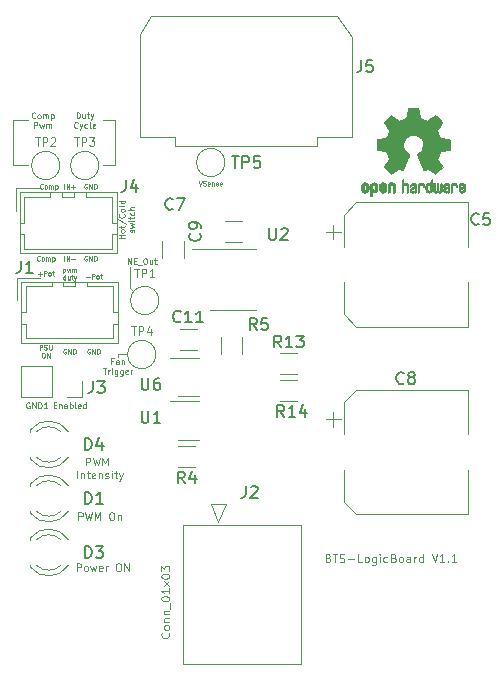
<source format=gbr>
%TF.GenerationSoftware,KiCad,Pcbnew,(5.1.10)-1*%
%TF.CreationDate,2021-10-15T07:39:30+02:00*%
%TF.ProjectId,BTS-LogicBoard,4254532d-4c6f-4676-9963-426f6172642e,rev?*%
%TF.SameCoordinates,Original*%
%TF.FileFunction,Legend,Top*%
%TF.FilePolarity,Positive*%
%FSLAX46Y46*%
G04 Gerber Fmt 4.6, Leading zero omitted, Abs format (unit mm)*
G04 Created by KiCad (PCBNEW (5.1.10)-1) date 2021-10-15 07:39:30*
%MOMM*%
%LPD*%
G01*
G04 APERTURE LIST*
%ADD10C,0.120000*%
%ADD11C,0.070000*%
%ADD12C,0.100000*%
%ADD13C,0.010000*%
%ADD14C,0.150000*%
G04 APERTURE END LIST*
D10*
X121666000Y-95250000D02*
X122428000Y-95250000D01*
X121666000Y-95504000D02*
X121666000Y-95250000D01*
X122682000Y-89662000D02*
X122936000Y-89916000D01*
X122682000Y-87884000D02*
X122682000Y-89662000D01*
D11*
X128530476Y-80552952D02*
X128663809Y-80952952D01*
X128797142Y-80552952D01*
X128911428Y-80933904D02*
X128968571Y-80952952D01*
X129063809Y-80952952D01*
X129101904Y-80933904D01*
X129120952Y-80914857D01*
X129140000Y-80876761D01*
X129140000Y-80838666D01*
X129120952Y-80800571D01*
X129101904Y-80781523D01*
X129063809Y-80762476D01*
X128987619Y-80743428D01*
X128949523Y-80724380D01*
X128930476Y-80705333D01*
X128911428Y-80667238D01*
X128911428Y-80629142D01*
X128930476Y-80591047D01*
X128949523Y-80572000D01*
X128987619Y-80552952D01*
X129082857Y-80552952D01*
X129140000Y-80572000D01*
X129463809Y-80933904D02*
X129425714Y-80952952D01*
X129349523Y-80952952D01*
X129311428Y-80933904D01*
X129292380Y-80895809D01*
X129292380Y-80743428D01*
X129311428Y-80705333D01*
X129349523Y-80686285D01*
X129425714Y-80686285D01*
X129463809Y-80705333D01*
X129482857Y-80743428D01*
X129482857Y-80781523D01*
X129292380Y-80819619D01*
X129654285Y-80686285D02*
X129654285Y-80952952D01*
X129654285Y-80724380D02*
X129673333Y-80705333D01*
X129711428Y-80686285D01*
X129768571Y-80686285D01*
X129806666Y-80705333D01*
X129825714Y-80743428D01*
X129825714Y-80952952D01*
X129997142Y-80933904D02*
X130035238Y-80952952D01*
X130111428Y-80952952D01*
X130149523Y-80933904D01*
X130168571Y-80895809D01*
X130168571Y-80876761D01*
X130149523Y-80838666D01*
X130111428Y-80819619D01*
X130054285Y-80819619D01*
X130016190Y-80800571D01*
X129997142Y-80762476D01*
X129997142Y-80743428D01*
X130016190Y-80705333D01*
X130054285Y-80686285D01*
X130111428Y-80686285D01*
X130149523Y-80705333D01*
X130492380Y-80933904D02*
X130454285Y-80952952D01*
X130378095Y-80952952D01*
X130340000Y-80933904D01*
X130320952Y-80895809D01*
X130320952Y-80743428D01*
X130340000Y-80705333D01*
X130378095Y-80686285D01*
X130454285Y-80686285D01*
X130492380Y-80705333D01*
X130511428Y-80743428D01*
X130511428Y-80781523D01*
X130320952Y-80819619D01*
D10*
X121412000Y-79248000D02*
X120396000Y-79248000D01*
X121412000Y-75438000D02*
X121412000Y-79248000D01*
X120396000Y-75438000D02*
X121412000Y-75438000D01*
X112776000Y-79248000D02*
X114046000Y-79248000D01*
X112776000Y-75438000D02*
X112776000Y-79248000D01*
X114046000Y-75438000D02*
X112776000Y-75438000D01*
D11*
X119075238Y-80826000D02*
X119037142Y-80806952D01*
X118980000Y-80806952D01*
X118922857Y-80826000D01*
X118884761Y-80864095D01*
X118865714Y-80902190D01*
X118846666Y-80978380D01*
X118846666Y-81035523D01*
X118865714Y-81111714D01*
X118884761Y-81149809D01*
X118922857Y-81187904D01*
X118980000Y-81206952D01*
X119018095Y-81206952D01*
X119075238Y-81187904D01*
X119094285Y-81168857D01*
X119094285Y-81035523D01*
X119018095Y-81035523D01*
X119265714Y-81206952D02*
X119265714Y-80806952D01*
X119494285Y-81206952D01*
X119494285Y-80806952D01*
X119684761Y-81206952D02*
X119684761Y-80806952D01*
X119780000Y-80806952D01*
X119837142Y-80826000D01*
X119875238Y-80864095D01*
X119894285Y-80902190D01*
X119913333Y-80978380D01*
X119913333Y-81035523D01*
X119894285Y-81111714D01*
X119875238Y-81149809D01*
X119837142Y-81187904D01*
X119780000Y-81206952D01*
X119684761Y-81206952D01*
X117144857Y-81206952D02*
X117144857Y-80806952D01*
X117335333Y-81206952D02*
X117335333Y-80806952D01*
X117563904Y-81206952D01*
X117563904Y-80806952D01*
X117754380Y-81054571D02*
X118059142Y-81054571D01*
X117906761Y-81206952D02*
X117906761Y-80902190D01*
X115319238Y-81168857D02*
X115300190Y-81187904D01*
X115243047Y-81206952D01*
X115204952Y-81206952D01*
X115147809Y-81187904D01*
X115109714Y-81149809D01*
X115090666Y-81111714D01*
X115071619Y-81035523D01*
X115071619Y-80978380D01*
X115090666Y-80902190D01*
X115109714Y-80864095D01*
X115147809Y-80826000D01*
X115204952Y-80806952D01*
X115243047Y-80806952D01*
X115300190Y-80826000D01*
X115319238Y-80845047D01*
X115547809Y-81206952D02*
X115509714Y-81187904D01*
X115490666Y-81168857D01*
X115471619Y-81130761D01*
X115471619Y-81016476D01*
X115490666Y-80978380D01*
X115509714Y-80959333D01*
X115547809Y-80940285D01*
X115604952Y-80940285D01*
X115643047Y-80959333D01*
X115662095Y-80978380D01*
X115681142Y-81016476D01*
X115681142Y-81130761D01*
X115662095Y-81168857D01*
X115643047Y-81187904D01*
X115604952Y-81206952D01*
X115547809Y-81206952D01*
X115852571Y-81206952D02*
X115852571Y-80940285D01*
X115852571Y-80978380D02*
X115871619Y-80959333D01*
X115909714Y-80940285D01*
X115966857Y-80940285D01*
X116004952Y-80959333D01*
X116024000Y-80997428D01*
X116024000Y-81206952D01*
X116024000Y-80997428D02*
X116043047Y-80959333D01*
X116081142Y-80940285D01*
X116138285Y-80940285D01*
X116176380Y-80959333D01*
X116195428Y-80997428D01*
X116195428Y-81206952D01*
X116385904Y-80940285D02*
X116385904Y-81340285D01*
X116385904Y-80959333D02*
X116424000Y-80940285D01*
X116500190Y-80940285D01*
X116538285Y-80959333D01*
X116557333Y-80978380D01*
X116576380Y-81016476D01*
X116576380Y-81130761D01*
X116557333Y-81168857D01*
X116538285Y-81187904D01*
X116500190Y-81206952D01*
X116424000Y-81206952D01*
X116385904Y-81187904D01*
X119075238Y-86922000D02*
X119037142Y-86902952D01*
X118980000Y-86902952D01*
X118922857Y-86922000D01*
X118884761Y-86960095D01*
X118865714Y-86998190D01*
X118846666Y-87074380D01*
X118846666Y-87131523D01*
X118865714Y-87207714D01*
X118884761Y-87245809D01*
X118922857Y-87283904D01*
X118980000Y-87302952D01*
X119018095Y-87302952D01*
X119075238Y-87283904D01*
X119094285Y-87264857D01*
X119094285Y-87131523D01*
X119018095Y-87131523D01*
X119265714Y-87302952D02*
X119265714Y-86902952D01*
X119494285Y-87302952D01*
X119494285Y-86902952D01*
X119684761Y-87302952D02*
X119684761Y-86902952D01*
X119780000Y-86902952D01*
X119837142Y-86922000D01*
X119875238Y-86960095D01*
X119894285Y-86998190D01*
X119913333Y-87074380D01*
X119913333Y-87131523D01*
X119894285Y-87207714D01*
X119875238Y-87245809D01*
X119837142Y-87283904D01*
X119780000Y-87302952D01*
X119684761Y-87302952D01*
X115065238Y-87264857D02*
X115046190Y-87283904D01*
X114989047Y-87302952D01*
X114950952Y-87302952D01*
X114893809Y-87283904D01*
X114855714Y-87245809D01*
X114836666Y-87207714D01*
X114817619Y-87131523D01*
X114817619Y-87074380D01*
X114836666Y-86998190D01*
X114855714Y-86960095D01*
X114893809Y-86922000D01*
X114950952Y-86902952D01*
X114989047Y-86902952D01*
X115046190Y-86922000D01*
X115065238Y-86941047D01*
X115293809Y-87302952D02*
X115255714Y-87283904D01*
X115236666Y-87264857D01*
X115217619Y-87226761D01*
X115217619Y-87112476D01*
X115236666Y-87074380D01*
X115255714Y-87055333D01*
X115293809Y-87036285D01*
X115350952Y-87036285D01*
X115389047Y-87055333D01*
X115408095Y-87074380D01*
X115427142Y-87112476D01*
X115427142Y-87226761D01*
X115408095Y-87264857D01*
X115389047Y-87283904D01*
X115350952Y-87302952D01*
X115293809Y-87302952D01*
X115598571Y-87302952D02*
X115598571Y-87036285D01*
X115598571Y-87074380D02*
X115617619Y-87055333D01*
X115655714Y-87036285D01*
X115712857Y-87036285D01*
X115750952Y-87055333D01*
X115770000Y-87093428D01*
X115770000Y-87302952D01*
X115770000Y-87093428D02*
X115789047Y-87055333D01*
X115827142Y-87036285D01*
X115884285Y-87036285D01*
X115922380Y-87055333D01*
X115941428Y-87093428D01*
X115941428Y-87302952D01*
X116131904Y-87036285D02*
X116131904Y-87436285D01*
X116131904Y-87055333D02*
X116170000Y-87036285D01*
X116246190Y-87036285D01*
X116284285Y-87055333D01*
X116303333Y-87074380D01*
X116322380Y-87112476D01*
X116322380Y-87226761D01*
X116303333Y-87264857D01*
X116284285Y-87283904D01*
X116246190Y-87302952D01*
X116170000Y-87302952D01*
X116131904Y-87283904D01*
X117144857Y-87302952D02*
X117144857Y-86902952D01*
X117335333Y-87302952D02*
X117335333Y-86902952D01*
X117563904Y-87302952D01*
X117563904Y-86902952D01*
X117754380Y-87150571D02*
X118059142Y-87150571D01*
X117040095Y-87971285D02*
X117040095Y-88371285D01*
X117040095Y-87990333D02*
X117078190Y-87971285D01*
X117154380Y-87971285D01*
X117192476Y-87990333D01*
X117211523Y-88009380D01*
X117230571Y-88047476D01*
X117230571Y-88161761D01*
X117211523Y-88199857D01*
X117192476Y-88218904D01*
X117154380Y-88237952D01*
X117078190Y-88237952D01*
X117040095Y-88218904D01*
X117363904Y-87971285D02*
X117440095Y-88237952D01*
X117516285Y-88047476D01*
X117592476Y-88237952D01*
X117668666Y-87971285D01*
X117821047Y-88237952D02*
X117821047Y-87971285D01*
X117821047Y-88009380D02*
X117840095Y-87990333D01*
X117878190Y-87971285D01*
X117935333Y-87971285D01*
X117973428Y-87990333D01*
X117992476Y-88028428D01*
X117992476Y-88237952D01*
X117992476Y-88028428D02*
X118011523Y-87990333D01*
X118049619Y-87971285D01*
X118106761Y-87971285D01*
X118144857Y-87990333D01*
X118163904Y-88028428D01*
X118163904Y-88237952D01*
X117240095Y-88907952D02*
X117240095Y-88507952D01*
X117240095Y-88888904D02*
X117202000Y-88907952D01*
X117125809Y-88907952D01*
X117087714Y-88888904D01*
X117068666Y-88869857D01*
X117049619Y-88831761D01*
X117049619Y-88717476D01*
X117068666Y-88679380D01*
X117087714Y-88660333D01*
X117125809Y-88641285D01*
X117202000Y-88641285D01*
X117240095Y-88660333D01*
X117602000Y-88641285D02*
X117602000Y-88907952D01*
X117430571Y-88641285D02*
X117430571Y-88850809D01*
X117449619Y-88888904D01*
X117487714Y-88907952D01*
X117544857Y-88907952D01*
X117582952Y-88888904D01*
X117602000Y-88869857D01*
X117735333Y-88641285D02*
X117887714Y-88641285D01*
X117792476Y-88507952D02*
X117792476Y-88850809D01*
X117811523Y-88888904D01*
X117849619Y-88907952D01*
X117887714Y-88907952D01*
X117982952Y-88641285D02*
X118078190Y-88907952D01*
X118173428Y-88641285D02*
X118078190Y-88907952D01*
X118040095Y-89003190D01*
X118021047Y-89022238D01*
X117982952Y-89041285D01*
X118986380Y-88674571D02*
X119291142Y-88674571D01*
X119481619Y-88826952D02*
X119481619Y-88426952D01*
X119634000Y-88426952D01*
X119672095Y-88446000D01*
X119691142Y-88465047D01*
X119710190Y-88503142D01*
X119710190Y-88560285D01*
X119691142Y-88598380D01*
X119672095Y-88617428D01*
X119634000Y-88636476D01*
X119481619Y-88636476D01*
X119938761Y-88826952D02*
X119900666Y-88807904D01*
X119881619Y-88788857D01*
X119862571Y-88750761D01*
X119862571Y-88636476D01*
X119881619Y-88598380D01*
X119900666Y-88579333D01*
X119938761Y-88560285D01*
X119995904Y-88560285D01*
X120034000Y-88579333D01*
X120053047Y-88598380D01*
X120072095Y-88636476D01*
X120072095Y-88750761D01*
X120053047Y-88788857D01*
X120034000Y-88807904D01*
X119995904Y-88826952D01*
X119938761Y-88826952D01*
X120186380Y-88560285D02*
X120338761Y-88560285D01*
X120243523Y-88426952D02*
X120243523Y-88769809D01*
X120262571Y-88807904D01*
X120300666Y-88826952D01*
X120338761Y-88826952D01*
X114922380Y-88420571D02*
X115227142Y-88420571D01*
X115074761Y-88572952D02*
X115074761Y-88268190D01*
X115417619Y-88572952D02*
X115417619Y-88172952D01*
X115570000Y-88172952D01*
X115608095Y-88192000D01*
X115627142Y-88211047D01*
X115646190Y-88249142D01*
X115646190Y-88306285D01*
X115627142Y-88344380D01*
X115608095Y-88363428D01*
X115570000Y-88382476D01*
X115417619Y-88382476D01*
X115874761Y-88572952D02*
X115836666Y-88553904D01*
X115817619Y-88534857D01*
X115798571Y-88496761D01*
X115798571Y-88382476D01*
X115817619Y-88344380D01*
X115836666Y-88325333D01*
X115874761Y-88306285D01*
X115931904Y-88306285D01*
X115970000Y-88325333D01*
X115989047Y-88344380D01*
X116008095Y-88382476D01*
X116008095Y-88496761D01*
X115989047Y-88534857D01*
X115970000Y-88553904D01*
X115931904Y-88572952D01*
X115874761Y-88572952D01*
X116122380Y-88306285D02*
X116274761Y-88306285D01*
X116179523Y-88172952D02*
X116179523Y-88515809D01*
X116198571Y-88553904D01*
X116236666Y-88572952D01*
X116274761Y-88572952D01*
X115065238Y-94841952D02*
X115065238Y-94441952D01*
X115217619Y-94441952D01*
X115255714Y-94461000D01*
X115274761Y-94480047D01*
X115293809Y-94518142D01*
X115293809Y-94575285D01*
X115274761Y-94613380D01*
X115255714Y-94632428D01*
X115217619Y-94651476D01*
X115065238Y-94651476D01*
X115446190Y-94822904D02*
X115503333Y-94841952D01*
X115598571Y-94841952D01*
X115636666Y-94822904D01*
X115655714Y-94803857D01*
X115674761Y-94765761D01*
X115674761Y-94727666D01*
X115655714Y-94689571D01*
X115636666Y-94670523D01*
X115598571Y-94651476D01*
X115522380Y-94632428D01*
X115484285Y-94613380D01*
X115465238Y-94594333D01*
X115446190Y-94556238D01*
X115446190Y-94518142D01*
X115465238Y-94480047D01*
X115484285Y-94461000D01*
X115522380Y-94441952D01*
X115617619Y-94441952D01*
X115674761Y-94461000D01*
X115846190Y-94441952D02*
X115846190Y-94765761D01*
X115865238Y-94803857D01*
X115884285Y-94822904D01*
X115922380Y-94841952D01*
X115998571Y-94841952D01*
X116036666Y-94822904D01*
X116055714Y-94803857D01*
X116074761Y-94765761D01*
X116074761Y-94441952D01*
X115322380Y-95111952D02*
X115398571Y-95111952D01*
X115436666Y-95131000D01*
X115474761Y-95169095D01*
X115493809Y-95245285D01*
X115493809Y-95378619D01*
X115474761Y-95454809D01*
X115436666Y-95492904D01*
X115398571Y-95511952D01*
X115322380Y-95511952D01*
X115284285Y-95492904D01*
X115246190Y-95454809D01*
X115227142Y-95378619D01*
X115227142Y-95245285D01*
X115246190Y-95169095D01*
X115284285Y-95131000D01*
X115322380Y-95111952D01*
X115665238Y-95511952D02*
X115665238Y-95111952D01*
X115893809Y-95511952D01*
X115893809Y-95111952D01*
X119329238Y-94796000D02*
X119291142Y-94776952D01*
X119234000Y-94776952D01*
X119176857Y-94796000D01*
X119138761Y-94834095D01*
X119119714Y-94872190D01*
X119100666Y-94948380D01*
X119100666Y-95005523D01*
X119119714Y-95081714D01*
X119138761Y-95119809D01*
X119176857Y-95157904D01*
X119234000Y-95176952D01*
X119272095Y-95176952D01*
X119329238Y-95157904D01*
X119348285Y-95138857D01*
X119348285Y-95005523D01*
X119272095Y-95005523D01*
X119519714Y-95176952D02*
X119519714Y-94776952D01*
X119748285Y-95176952D01*
X119748285Y-94776952D01*
X119938761Y-95176952D02*
X119938761Y-94776952D01*
X120034000Y-94776952D01*
X120091142Y-94796000D01*
X120129238Y-94834095D01*
X120148285Y-94872190D01*
X120167333Y-94948380D01*
X120167333Y-95005523D01*
X120148285Y-95081714D01*
X120129238Y-95119809D01*
X120091142Y-95157904D01*
X120034000Y-95176952D01*
X119938761Y-95176952D01*
X117297238Y-94796000D02*
X117259142Y-94776952D01*
X117202000Y-94776952D01*
X117144857Y-94796000D01*
X117106761Y-94834095D01*
X117087714Y-94872190D01*
X117068666Y-94948380D01*
X117068666Y-95005523D01*
X117087714Y-95081714D01*
X117106761Y-95119809D01*
X117144857Y-95157904D01*
X117202000Y-95176952D01*
X117240095Y-95176952D01*
X117297238Y-95157904D01*
X117316285Y-95138857D01*
X117316285Y-95005523D01*
X117240095Y-95005523D01*
X117487714Y-95176952D02*
X117487714Y-94776952D01*
X117716285Y-95176952D01*
X117716285Y-94776952D01*
X117906761Y-95176952D02*
X117906761Y-94776952D01*
X118002000Y-94776952D01*
X118059142Y-94796000D01*
X118097238Y-94834095D01*
X118116285Y-94872190D01*
X118135333Y-94948380D01*
X118135333Y-95005523D01*
X118116285Y-95081714D01*
X118097238Y-95119809D01*
X118059142Y-95157904D01*
X118002000Y-95176952D01*
X117906761Y-95176952D01*
X116244857Y-99532285D02*
X116411523Y-99532285D01*
X116482952Y-99794190D02*
X116244857Y-99794190D01*
X116244857Y-99294190D01*
X116482952Y-99294190D01*
X116697238Y-99460857D02*
X116697238Y-99794190D01*
X116697238Y-99508476D02*
X116721047Y-99484666D01*
X116768666Y-99460857D01*
X116840095Y-99460857D01*
X116887714Y-99484666D01*
X116911523Y-99532285D01*
X116911523Y-99794190D01*
X117363904Y-99794190D02*
X117363904Y-99532285D01*
X117340095Y-99484666D01*
X117292476Y-99460857D01*
X117197238Y-99460857D01*
X117149619Y-99484666D01*
X117363904Y-99770380D02*
X117316285Y-99794190D01*
X117197238Y-99794190D01*
X117149619Y-99770380D01*
X117125809Y-99722761D01*
X117125809Y-99675142D01*
X117149619Y-99627523D01*
X117197238Y-99603714D01*
X117316285Y-99603714D01*
X117363904Y-99579904D01*
X117602000Y-99794190D02*
X117602000Y-99294190D01*
X117602000Y-99484666D02*
X117649619Y-99460857D01*
X117744857Y-99460857D01*
X117792476Y-99484666D01*
X117816285Y-99508476D01*
X117840095Y-99556095D01*
X117840095Y-99698952D01*
X117816285Y-99746571D01*
X117792476Y-99770380D01*
X117744857Y-99794190D01*
X117649619Y-99794190D01*
X117602000Y-99770380D01*
X118125809Y-99794190D02*
X118078190Y-99770380D01*
X118054380Y-99722761D01*
X118054380Y-99294190D01*
X118506761Y-99770380D02*
X118459142Y-99794190D01*
X118363904Y-99794190D01*
X118316285Y-99770380D01*
X118292476Y-99722761D01*
X118292476Y-99532285D01*
X118316285Y-99484666D01*
X118363904Y-99460857D01*
X118459142Y-99460857D01*
X118506761Y-99484666D01*
X118530571Y-99532285D01*
X118530571Y-99579904D01*
X118292476Y-99627523D01*
X118959142Y-99794190D02*
X118959142Y-99294190D01*
X118959142Y-99770380D02*
X118911523Y-99794190D01*
X118816285Y-99794190D01*
X118768666Y-99770380D01*
X118744857Y-99746571D01*
X118721047Y-99698952D01*
X118721047Y-99556095D01*
X118744857Y-99508476D01*
X118768666Y-99484666D01*
X118816285Y-99460857D01*
X118911523Y-99460857D01*
X118959142Y-99484666D01*
X114188952Y-99318000D02*
X114141333Y-99294190D01*
X114069904Y-99294190D01*
X113998476Y-99318000D01*
X113950857Y-99365619D01*
X113927047Y-99413238D01*
X113903238Y-99508476D01*
X113903238Y-99579904D01*
X113927047Y-99675142D01*
X113950857Y-99722761D01*
X113998476Y-99770380D01*
X114069904Y-99794190D01*
X114117523Y-99794190D01*
X114188952Y-99770380D01*
X114212761Y-99746571D01*
X114212761Y-99579904D01*
X114117523Y-99579904D01*
X114427047Y-99794190D02*
X114427047Y-99294190D01*
X114712761Y-99794190D01*
X114712761Y-99294190D01*
X114950857Y-99794190D02*
X114950857Y-99294190D01*
X115069904Y-99294190D01*
X115141333Y-99318000D01*
X115188952Y-99365619D01*
X115212761Y-99413238D01*
X115236571Y-99508476D01*
X115236571Y-99579904D01*
X115212761Y-99675142D01*
X115188952Y-99722761D01*
X115141333Y-99770380D01*
X115069904Y-99794190D01*
X114950857Y-99794190D01*
X115712761Y-99794190D02*
X115427047Y-99794190D01*
X115569904Y-99794190D02*
X115569904Y-99294190D01*
X115522285Y-99365619D01*
X115474666Y-99413238D01*
X115427047Y-99437047D01*
D10*
X118981285Y-104648547D02*
X118981285Y-103998547D01*
X119228904Y-103998547D01*
X119290809Y-104029500D01*
X119321761Y-104060452D01*
X119352714Y-104122357D01*
X119352714Y-104215214D01*
X119321761Y-104277119D01*
X119290809Y-104308071D01*
X119228904Y-104339023D01*
X118981285Y-104339023D01*
X119569380Y-103998547D02*
X119724142Y-104648547D01*
X119847952Y-104184261D01*
X119971761Y-104648547D01*
X120126523Y-103998547D01*
X120374142Y-104648547D02*
X120374142Y-103998547D01*
X120590809Y-104462833D01*
X120807476Y-103998547D01*
X120807476Y-104648547D01*
X118238428Y-105743547D02*
X118238428Y-105093547D01*
X118547952Y-105310214D02*
X118547952Y-105743547D01*
X118547952Y-105372119D02*
X118578904Y-105341166D01*
X118640809Y-105310214D01*
X118733666Y-105310214D01*
X118795571Y-105341166D01*
X118826523Y-105403071D01*
X118826523Y-105743547D01*
X119043190Y-105310214D02*
X119290809Y-105310214D01*
X119136047Y-105093547D02*
X119136047Y-105650690D01*
X119167000Y-105712595D01*
X119228904Y-105743547D01*
X119290809Y-105743547D01*
X119755095Y-105712595D02*
X119693190Y-105743547D01*
X119569380Y-105743547D01*
X119507476Y-105712595D01*
X119476523Y-105650690D01*
X119476523Y-105403071D01*
X119507476Y-105341166D01*
X119569380Y-105310214D01*
X119693190Y-105310214D01*
X119755095Y-105341166D01*
X119786047Y-105403071D01*
X119786047Y-105464976D01*
X119476523Y-105526880D01*
X120064619Y-105310214D02*
X120064619Y-105743547D01*
X120064619Y-105372119D02*
X120095571Y-105341166D01*
X120157476Y-105310214D01*
X120250333Y-105310214D01*
X120312238Y-105341166D01*
X120343190Y-105403071D01*
X120343190Y-105743547D01*
X120621761Y-105712595D02*
X120683666Y-105743547D01*
X120807476Y-105743547D01*
X120869380Y-105712595D01*
X120900333Y-105650690D01*
X120900333Y-105619738D01*
X120869380Y-105557833D01*
X120807476Y-105526880D01*
X120714619Y-105526880D01*
X120652714Y-105495928D01*
X120621761Y-105434023D01*
X120621761Y-105403071D01*
X120652714Y-105341166D01*
X120714619Y-105310214D01*
X120807476Y-105310214D01*
X120869380Y-105341166D01*
X121178904Y-105743547D02*
X121178904Y-105310214D01*
X121178904Y-105093547D02*
X121147952Y-105124500D01*
X121178904Y-105155452D01*
X121209857Y-105124500D01*
X121178904Y-105093547D01*
X121178904Y-105155452D01*
X121395571Y-105310214D02*
X121643190Y-105310214D01*
X121488428Y-105093547D02*
X121488428Y-105650690D01*
X121519380Y-105712595D01*
X121581285Y-105743547D01*
X121643190Y-105743547D01*
X121797952Y-105310214D02*
X121952714Y-105743547D01*
X122107476Y-105310214D02*
X121952714Y-105743547D01*
X121890809Y-105898309D01*
X121859857Y-105929261D01*
X121797952Y-105960214D01*
D11*
X121285047Y-95820285D02*
X121118380Y-95820285D01*
X121118380Y-96082190D02*
X121118380Y-95582190D01*
X121356476Y-95582190D01*
X121761238Y-96082190D02*
X121761238Y-95820285D01*
X121737428Y-95772666D01*
X121689809Y-95748857D01*
X121594571Y-95748857D01*
X121546952Y-95772666D01*
X121761238Y-96058380D02*
X121713619Y-96082190D01*
X121594571Y-96082190D01*
X121546952Y-96058380D01*
X121523142Y-96010761D01*
X121523142Y-95963142D01*
X121546952Y-95915523D01*
X121594571Y-95891714D01*
X121713619Y-95891714D01*
X121761238Y-95867904D01*
X121999333Y-95748857D02*
X121999333Y-96082190D01*
X121999333Y-95796476D02*
X122023142Y-95772666D01*
X122070761Y-95748857D01*
X122142190Y-95748857D01*
X122189809Y-95772666D01*
X122213619Y-95820285D01*
X122213619Y-96082190D01*
X120427904Y-96402190D02*
X120713619Y-96402190D01*
X120570761Y-96902190D02*
X120570761Y-96402190D01*
X120880285Y-96902190D02*
X120880285Y-96568857D01*
X120880285Y-96664095D02*
X120904095Y-96616476D01*
X120927904Y-96592666D01*
X120975523Y-96568857D01*
X121023142Y-96568857D01*
X121189809Y-96902190D02*
X121189809Y-96568857D01*
X121189809Y-96402190D02*
X121166000Y-96426000D01*
X121189809Y-96449809D01*
X121213619Y-96426000D01*
X121189809Y-96402190D01*
X121189809Y-96449809D01*
X121642190Y-96568857D02*
X121642190Y-96973619D01*
X121618380Y-97021238D01*
X121594571Y-97045047D01*
X121546952Y-97068857D01*
X121475523Y-97068857D01*
X121427904Y-97045047D01*
X121642190Y-96878380D02*
X121594571Y-96902190D01*
X121499333Y-96902190D01*
X121451714Y-96878380D01*
X121427904Y-96854571D01*
X121404095Y-96806952D01*
X121404095Y-96664095D01*
X121427904Y-96616476D01*
X121451714Y-96592666D01*
X121499333Y-96568857D01*
X121594571Y-96568857D01*
X121642190Y-96592666D01*
X122094571Y-96568857D02*
X122094571Y-96973619D01*
X122070761Y-97021238D01*
X122046952Y-97045047D01*
X121999333Y-97068857D01*
X121927904Y-97068857D01*
X121880285Y-97045047D01*
X122094571Y-96878380D02*
X122046952Y-96902190D01*
X121951714Y-96902190D01*
X121904095Y-96878380D01*
X121880285Y-96854571D01*
X121856476Y-96806952D01*
X121856476Y-96664095D01*
X121880285Y-96616476D01*
X121904095Y-96592666D01*
X121951714Y-96568857D01*
X122046952Y-96568857D01*
X122094571Y-96592666D01*
X122523142Y-96878380D02*
X122475523Y-96902190D01*
X122380285Y-96902190D01*
X122332666Y-96878380D01*
X122308857Y-96830761D01*
X122308857Y-96640285D01*
X122332666Y-96592666D01*
X122380285Y-96568857D01*
X122475523Y-96568857D01*
X122523142Y-96592666D01*
X122546952Y-96640285D01*
X122546952Y-96687904D01*
X122308857Y-96735523D01*
X122761238Y-96902190D02*
X122761238Y-96568857D01*
X122761238Y-96664095D02*
X122785047Y-96616476D01*
X122808857Y-96592666D01*
X122856476Y-96568857D01*
X122904095Y-96568857D01*
X122507523Y-87602190D02*
X122507523Y-87102190D01*
X122793238Y-87602190D01*
X122793238Y-87102190D01*
X123031333Y-87340285D02*
X123198000Y-87340285D01*
X123269428Y-87602190D02*
X123031333Y-87602190D01*
X123031333Y-87102190D01*
X123269428Y-87102190D01*
X123364666Y-87649809D02*
X123745619Y-87649809D01*
X123959904Y-87102190D02*
X124055142Y-87102190D01*
X124102761Y-87126000D01*
X124150380Y-87173619D01*
X124174190Y-87268857D01*
X124174190Y-87435523D01*
X124150380Y-87530761D01*
X124102761Y-87578380D01*
X124055142Y-87602190D01*
X123959904Y-87602190D01*
X123912285Y-87578380D01*
X123864666Y-87530761D01*
X123840857Y-87435523D01*
X123840857Y-87268857D01*
X123864666Y-87173619D01*
X123912285Y-87126000D01*
X123959904Y-87102190D01*
X124602761Y-87268857D02*
X124602761Y-87602190D01*
X124388476Y-87268857D02*
X124388476Y-87530761D01*
X124412285Y-87578380D01*
X124459904Y-87602190D01*
X124531333Y-87602190D01*
X124578952Y-87578380D01*
X124602761Y-87554571D01*
X124769428Y-87268857D02*
X124959904Y-87268857D01*
X124840857Y-87102190D02*
X124840857Y-87530761D01*
X124864666Y-87578380D01*
X124912285Y-87602190D01*
X124959904Y-87602190D01*
X122244190Y-85427142D02*
X121744190Y-85427142D01*
X121982285Y-85427142D02*
X121982285Y-85141428D01*
X122244190Y-85141428D02*
X121744190Y-85141428D01*
X122244190Y-84831904D02*
X122220380Y-84879523D01*
X122196571Y-84903333D01*
X122148952Y-84927142D01*
X122006095Y-84927142D01*
X121958476Y-84903333D01*
X121934666Y-84879523D01*
X121910857Y-84831904D01*
X121910857Y-84760476D01*
X121934666Y-84712857D01*
X121958476Y-84689047D01*
X122006095Y-84665238D01*
X122148952Y-84665238D01*
X122196571Y-84689047D01*
X122220380Y-84712857D01*
X122244190Y-84760476D01*
X122244190Y-84831904D01*
X121910857Y-84522380D02*
X121910857Y-84331904D01*
X121744190Y-84450952D02*
X122172761Y-84450952D01*
X122220380Y-84427142D01*
X122244190Y-84379523D01*
X122244190Y-84331904D01*
X121720380Y-83808095D02*
X122363238Y-84236666D01*
X122196571Y-83355714D02*
X122220380Y-83379523D01*
X122244190Y-83450952D01*
X122244190Y-83498571D01*
X122220380Y-83570000D01*
X122172761Y-83617619D01*
X122125142Y-83641428D01*
X122029904Y-83665238D01*
X121958476Y-83665238D01*
X121863238Y-83641428D01*
X121815619Y-83617619D01*
X121768000Y-83570000D01*
X121744190Y-83498571D01*
X121744190Y-83450952D01*
X121768000Y-83379523D01*
X121791809Y-83355714D01*
X122244190Y-83070000D02*
X122220380Y-83117619D01*
X122196571Y-83141428D01*
X122148952Y-83165238D01*
X122006095Y-83165238D01*
X121958476Y-83141428D01*
X121934666Y-83117619D01*
X121910857Y-83070000D01*
X121910857Y-82998571D01*
X121934666Y-82950952D01*
X121958476Y-82927142D01*
X122006095Y-82903333D01*
X122148952Y-82903333D01*
X122196571Y-82927142D01*
X122220380Y-82950952D01*
X122244190Y-82998571D01*
X122244190Y-83070000D01*
X122244190Y-82617619D02*
X122220380Y-82665238D01*
X122172761Y-82689047D01*
X121744190Y-82689047D01*
X122244190Y-82212857D02*
X121744190Y-82212857D01*
X122220380Y-82212857D02*
X122244190Y-82260476D01*
X122244190Y-82355714D01*
X122220380Y-82403333D01*
X122196571Y-82427142D01*
X122148952Y-82450952D01*
X122006095Y-82450952D01*
X121958476Y-82427142D01*
X121934666Y-82403333D01*
X121910857Y-82355714D01*
X121910857Y-82260476D01*
X121934666Y-82212857D01*
X123040380Y-84891428D02*
X123064190Y-84843809D01*
X123064190Y-84748571D01*
X123040380Y-84700952D01*
X122992761Y-84677142D01*
X122968952Y-84677142D01*
X122921333Y-84700952D01*
X122897523Y-84748571D01*
X122897523Y-84820000D01*
X122873714Y-84867619D01*
X122826095Y-84891428D01*
X122802285Y-84891428D01*
X122754666Y-84867619D01*
X122730857Y-84820000D01*
X122730857Y-84748571D01*
X122754666Y-84700952D01*
X122730857Y-84510476D02*
X123064190Y-84415238D01*
X122826095Y-84320000D01*
X123064190Y-84224761D01*
X122730857Y-84129523D01*
X123064190Y-83939047D02*
X122730857Y-83939047D01*
X122564190Y-83939047D02*
X122588000Y-83962857D01*
X122611809Y-83939047D01*
X122588000Y-83915238D01*
X122564190Y-83939047D01*
X122611809Y-83939047D01*
X122730857Y-83772380D02*
X122730857Y-83581904D01*
X122564190Y-83700952D02*
X122992761Y-83700952D01*
X123040380Y-83677142D01*
X123064190Y-83629523D01*
X123064190Y-83581904D01*
X123040380Y-83200952D02*
X123064190Y-83248571D01*
X123064190Y-83343809D01*
X123040380Y-83391428D01*
X123016571Y-83415238D01*
X122968952Y-83439047D01*
X122826095Y-83439047D01*
X122778476Y-83415238D01*
X122754666Y-83391428D01*
X122730857Y-83343809D01*
X122730857Y-83248571D01*
X122754666Y-83200952D01*
X123064190Y-82986666D02*
X122564190Y-82986666D01*
X123064190Y-82772380D02*
X122802285Y-82772380D01*
X122754666Y-82796190D01*
X122730857Y-82843809D01*
X122730857Y-82915238D01*
X122754666Y-82962857D01*
X122778476Y-82986666D01*
X118181523Y-75254190D02*
X118181523Y-74754190D01*
X118300571Y-74754190D01*
X118372000Y-74778000D01*
X118419619Y-74825619D01*
X118443428Y-74873238D01*
X118467238Y-74968476D01*
X118467238Y-75039904D01*
X118443428Y-75135142D01*
X118419619Y-75182761D01*
X118372000Y-75230380D01*
X118300571Y-75254190D01*
X118181523Y-75254190D01*
X118895809Y-74920857D02*
X118895809Y-75254190D01*
X118681523Y-74920857D02*
X118681523Y-75182761D01*
X118705333Y-75230380D01*
X118752952Y-75254190D01*
X118824380Y-75254190D01*
X118872000Y-75230380D01*
X118895809Y-75206571D01*
X119062476Y-74920857D02*
X119252952Y-74920857D01*
X119133904Y-74754190D02*
X119133904Y-75182761D01*
X119157714Y-75230380D01*
X119205333Y-75254190D01*
X119252952Y-75254190D01*
X119372000Y-74920857D02*
X119491047Y-75254190D01*
X119610095Y-74920857D02*
X119491047Y-75254190D01*
X119443428Y-75373238D01*
X119419619Y-75397047D01*
X119372000Y-75420857D01*
X118276761Y-76026571D02*
X118252952Y-76050380D01*
X118181523Y-76074190D01*
X118133904Y-76074190D01*
X118062476Y-76050380D01*
X118014857Y-76002761D01*
X117991047Y-75955142D01*
X117967238Y-75859904D01*
X117967238Y-75788476D01*
X117991047Y-75693238D01*
X118014857Y-75645619D01*
X118062476Y-75598000D01*
X118133904Y-75574190D01*
X118181523Y-75574190D01*
X118252952Y-75598000D01*
X118276761Y-75621809D01*
X118443428Y-75740857D02*
X118562476Y-76074190D01*
X118681523Y-75740857D02*
X118562476Y-76074190D01*
X118514857Y-76193238D01*
X118491047Y-76217047D01*
X118443428Y-76240857D01*
X119086285Y-76050380D02*
X119038666Y-76074190D01*
X118943428Y-76074190D01*
X118895809Y-76050380D01*
X118872000Y-76026571D01*
X118848190Y-75978952D01*
X118848190Y-75836095D01*
X118872000Y-75788476D01*
X118895809Y-75764666D01*
X118943428Y-75740857D01*
X119038666Y-75740857D01*
X119086285Y-75764666D01*
X119372000Y-76074190D02*
X119324380Y-76050380D01*
X119300571Y-76002761D01*
X119300571Y-75574190D01*
X119752952Y-76050380D02*
X119705333Y-76074190D01*
X119610095Y-76074190D01*
X119562476Y-76050380D01*
X119538666Y-76002761D01*
X119538666Y-75812285D01*
X119562476Y-75764666D01*
X119610095Y-75740857D01*
X119705333Y-75740857D01*
X119752952Y-75764666D01*
X119776761Y-75812285D01*
X119776761Y-75859904D01*
X119538666Y-75907523D01*
X114685047Y-75206571D02*
X114661238Y-75230380D01*
X114589809Y-75254190D01*
X114542190Y-75254190D01*
X114470761Y-75230380D01*
X114423142Y-75182761D01*
X114399333Y-75135142D01*
X114375523Y-75039904D01*
X114375523Y-74968476D01*
X114399333Y-74873238D01*
X114423142Y-74825619D01*
X114470761Y-74778000D01*
X114542190Y-74754190D01*
X114589809Y-74754190D01*
X114661238Y-74778000D01*
X114685047Y-74801809D01*
X114970761Y-75254190D02*
X114923142Y-75230380D01*
X114899333Y-75206571D01*
X114875523Y-75158952D01*
X114875523Y-75016095D01*
X114899333Y-74968476D01*
X114923142Y-74944666D01*
X114970761Y-74920857D01*
X115042190Y-74920857D01*
X115089809Y-74944666D01*
X115113619Y-74968476D01*
X115137428Y-75016095D01*
X115137428Y-75158952D01*
X115113619Y-75206571D01*
X115089809Y-75230380D01*
X115042190Y-75254190D01*
X114970761Y-75254190D01*
X115351714Y-75254190D02*
X115351714Y-74920857D01*
X115351714Y-74968476D02*
X115375523Y-74944666D01*
X115423142Y-74920857D01*
X115494571Y-74920857D01*
X115542190Y-74944666D01*
X115566000Y-74992285D01*
X115566000Y-75254190D01*
X115566000Y-74992285D02*
X115589809Y-74944666D01*
X115637428Y-74920857D01*
X115708857Y-74920857D01*
X115756476Y-74944666D01*
X115780285Y-74992285D01*
X115780285Y-75254190D01*
X116018380Y-74920857D02*
X116018380Y-75420857D01*
X116018380Y-74944666D02*
X116066000Y-74920857D01*
X116161238Y-74920857D01*
X116208857Y-74944666D01*
X116232666Y-74968476D01*
X116256476Y-75016095D01*
X116256476Y-75158952D01*
X116232666Y-75206571D01*
X116208857Y-75230380D01*
X116161238Y-75254190D01*
X116066000Y-75254190D01*
X116018380Y-75230380D01*
X114589809Y-76074190D02*
X114589809Y-75574190D01*
X114780285Y-75574190D01*
X114827904Y-75598000D01*
X114851714Y-75621809D01*
X114875523Y-75669428D01*
X114875523Y-75740857D01*
X114851714Y-75788476D01*
X114827904Y-75812285D01*
X114780285Y-75836095D01*
X114589809Y-75836095D01*
X115042190Y-75740857D02*
X115137428Y-76074190D01*
X115232666Y-75836095D01*
X115327904Y-76074190D01*
X115423142Y-75740857D01*
X115613619Y-76074190D02*
X115613619Y-75740857D01*
X115613619Y-75788476D02*
X115637428Y-75764666D01*
X115685047Y-75740857D01*
X115756476Y-75740857D01*
X115804095Y-75764666D01*
X115827904Y-75812285D01*
X115827904Y-76074190D01*
X115827904Y-75812285D02*
X115851714Y-75764666D01*
X115899333Y-75740857D01*
X115970761Y-75740857D01*
X116018380Y-75764666D01*
X116042190Y-75812285D01*
X116042190Y-76074190D01*
D10*
X118182904Y-113578047D02*
X118182904Y-112928047D01*
X118430523Y-112928047D01*
X118492428Y-112959000D01*
X118523380Y-112989952D01*
X118554333Y-113051857D01*
X118554333Y-113144714D01*
X118523380Y-113206619D01*
X118492428Y-113237571D01*
X118430523Y-113268523D01*
X118182904Y-113268523D01*
X118925761Y-113578047D02*
X118863857Y-113547095D01*
X118832904Y-113516142D01*
X118801952Y-113454238D01*
X118801952Y-113268523D01*
X118832904Y-113206619D01*
X118863857Y-113175666D01*
X118925761Y-113144714D01*
X119018619Y-113144714D01*
X119080523Y-113175666D01*
X119111476Y-113206619D01*
X119142428Y-113268523D01*
X119142428Y-113454238D01*
X119111476Y-113516142D01*
X119080523Y-113547095D01*
X119018619Y-113578047D01*
X118925761Y-113578047D01*
X119359095Y-113144714D02*
X119482904Y-113578047D01*
X119606714Y-113268523D01*
X119730523Y-113578047D01*
X119854333Y-113144714D01*
X120349571Y-113547095D02*
X120287666Y-113578047D01*
X120163857Y-113578047D01*
X120101952Y-113547095D01*
X120071000Y-113485190D01*
X120071000Y-113237571D01*
X120101952Y-113175666D01*
X120163857Y-113144714D01*
X120287666Y-113144714D01*
X120349571Y-113175666D01*
X120380523Y-113237571D01*
X120380523Y-113299476D01*
X120071000Y-113361380D01*
X120659095Y-113578047D02*
X120659095Y-113144714D01*
X120659095Y-113268523D02*
X120690047Y-113206619D01*
X120721000Y-113175666D01*
X120782904Y-113144714D01*
X120844809Y-113144714D01*
X121680523Y-112928047D02*
X121804333Y-112928047D01*
X121866238Y-112959000D01*
X121928142Y-113020904D01*
X121959095Y-113144714D01*
X121959095Y-113361380D01*
X121928142Y-113485190D01*
X121866238Y-113547095D01*
X121804333Y-113578047D01*
X121680523Y-113578047D01*
X121618619Y-113547095D01*
X121556714Y-113485190D01*
X121525761Y-113361380D01*
X121525761Y-113144714D01*
X121556714Y-113020904D01*
X121618619Y-112959000D01*
X121680523Y-112928047D01*
X122237666Y-113578047D02*
X122237666Y-112928047D01*
X122609095Y-113578047D01*
X122609095Y-112928047D01*
X118346761Y-109260047D02*
X118346761Y-108610047D01*
X118594380Y-108610047D01*
X118656285Y-108641000D01*
X118687238Y-108671952D01*
X118718190Y-108733857D01*
X118718190Y-108826714D01*
X118687238Y-108888619D01*
X118656285Y-108919571D01*
X118594380Y-108950523D01*
X118346761Y-108950523D01*
X118934857Y-108610047D02*
X119089619Y-109260047D01*
X119213428Y-108795761D01*
X119337238Y-109260047D01*
X119492000Y-108610047D01*
X119739619Y-109260047D02*
X119739619Y-108610047D01*
X119956285Y-109074333D01*
X120172952Y-108610047D01*
X120172952Y-109260047D01*
X121101523Y-108610047D02*
X121225333Y-108610047D01*
X121287238Y-108641000D01*
X121349142Y-108702904D01*
X121380095Y-108826714D01*
X121380095Y-109043380D01*
X121349142Y-109167190D01*
X121287238Y-109229095D01*
X121225333Y-109260047D01*
X121101523Y-109260047D01*
X121039619Y-109229095D01*
X120977714Y-109167190D01*
X120946761Y-109043380D01*
X120946761Y-108826714D01*
X120977714Y-108702904D01*
X121039619Y-108641000D01*
X121101523Y-108610047D01*
X121658666Y-108826714D02*
X121658666Y-109260047D01*
X121658666Y-108888619D02*
X121689619Y-108857666D01*
X121751523Y-108826714D01*
X121844380Y-108826714D01*
X121906285Y-108857666D01*
X121937238Y-108919571D01*
X121937238Y-109260047D01*
D12*
X139496666Y-112472000D02*
X139596666Y-112505333D01*
X139630000Y-112538666D01*
X139663333Y-112605333D01*
X139663333Y-112705333D01*
X139630000Y-112772000D01*
X139596666Y-112805333D01*
X139530000Y-112838666D01*
X139263333Y-112838666D01*
X139263333Y-112138666D01*
X139496666Y-112138666D01*
X139563333Y-112172000D01*
X139596666Y-112205333D01*
X139630000Y-112272000D01*
X139630000Y-112338666D01*
X139596666Y-112405333D01*
X139563333Y-112438666D01*
X139496666Y-112472000D01*
X139263333Y-112472000D01*
X139863333Y-112138666D02*
X140263333Y-112138666D01*
X140063333Y-112838666D02*
X140063333Y-112138666D01*
X140463333Y-112805333D02*
X140563333Y-112838666D01*
X140730000Y-112838666D01*
X140796666Y-112805333D01*
X140830000Y-112772000D01*
X140863333Y-112705333D01*
X140863333Y-112638666D01*
X140830000Y-112572000D01*
X140796666Y-112538666D01*
X140730000Y-112505333D01*
X140596666Y-112472000D01*
X140530000Y-112438666D01*
X140496666Y-112405333D01*
X140463333Y-112338666D01*
X140463333Y-112272000D01*
X140496666Y-112205333D01*
X140530000Y-112172000D01*
X140596666Y-112138666D01*
X140763333Y-112138666D01*
X140863333Y-112172000D01*
X141163333Y-112572000D02*
X141696666Y-112572000D01*
X142363333Y-112838666D02*
X142030000Y-112838666D01*
X142030000Y-112138666D01*
X142696666Y-112838666D02*
X142630000Y-112805333D01*
X142596666Y-112772000D01*
X142563333Y-112705333D01*
X142563333Y-112505333D01*
X142596666Y-112438666D01*
X142630000Y-112405333D01*
X142696666Y-112372000D01*
X142796666Y-112372000D01*
X142863333Y-112405333D01*
X142896666Y-112438666D01*
X142930000Y-112505333D01*
X142930000Y-112705333D01*
X142896666Y-112772000D01*
X142863333Y-112805333D01*
X142796666Y-112838666D01*
X142696666Y-112838666D01*
X143530000Y-112372000D02*
X143530000Y-112938666D01*
X143496666Y-113005333D01*
X143463333Y-113038666D01*
X143396666Y-113072000D01*
X143296666Y-113072000D01*
X143230000Y-113038666D01*
X143530000Y-112805333D02*
X143463333Y-112838666D01*
X143330000Y-112838666D01*
X143263333Y-112805333D01*
X143230000Y-112772000D01*
X143196666Y-112705333D01*
X143196666Y-112505333D01*
X143230000Y-112438666D01*
X143263333Y-112405333D01*
X143330000Y-112372000D01*
X143463333Y-112372000D01*
X143530000Y-112405333D01*
X143863333Y-112838666D02*
X143863333Y-112372000D01*
X143863333Y-112138666D02*
X143830000Y-112172000D01*
X143863333Y-112205333D01*
X143896666Y-112172000D01*
X143863333Y-112138666D01*
X143863333Y-112205333D01*
X144496666Y-112805333D02*
X144430000Y-112838666D01*
X144296666Y-112838666D01*
X144230000Y-112805333D01*
X144196666Y-112772000D01*
X144163333Y-112705333D01*
X144163333Y-112505333D01*
X144196666Y-112438666D01*
X144230000Y-112405333D01*
X144296666Y-112372000D01*
X144430000Y-112372000D01*
X144496666Y-112405333D01*
X145030000Y-112472000D02*
X145130000Y-112505333D01*
X145163333Y-112538666D01*
X145196666Y-112605333D01*
X145196666Y-112705333D01*
X145163333Y-112772000D01*
X145130000Y-112805333D01*
X145063333Y-112838666D01*
X144796666Y-112838666D01*
X144796666Y-112138666D01*
X145030000Y-112138666D01*
X145096666Y-112172000D01*
X145130000Y-112205333D01*
X145163333Y-112272000D01*
X145163333Y-112338666D01*
X145130000Y-112405333D01*
X145096666Y-112438666D01*
X145030000Y-112472000D01*
X144796666Y-112472000D01*
X145596666Y-112838666D02*
X145530000Y-112805333D01*
X145496666Y-112772000D01*
X145463333Y-112705333D01*
X145463333Y-112505333D01*
X145496666Y-112438666D01*
X145530000Y-112405333D01*
X145596666Y-112372000D01*
X145696666Y-112372000D01*
X145763333Y-112405333D01*
X145796666Y-112438666D01*
X145830000Y-112505333D01*
X145830000Y-112705333D01*
X145796666Y-112772000D01*
X145763333Y-112805333D01*
X145696666Y-112838666D01*
X145596666Y-112838666D01*
X146430000Y-112838666D02*
X146430000Y-112472000D01*
X146396666Y-112405333D01*
X146330000Y-112372000D01*
X146196666Y-112372000D01*
X146130000Y-112405333D01*
X146430000Y-112805333D02*
X146363333Y-112838666D01*
X146196666Y-112838666D01*
X146130000Y-112805333D01*
X146096666Y-112738666D01*
X146096666Y-112672000D01*
X146130000Y-112605333D01*
X146196666Y-112572000D01*
X146363333Y-112572000D01*
X146430000Y-112538666D01*
X146763333Y-112838666D02*
X146763333Y-112372000D01*
X146763333Y-112505333D02*
X146796666Y-112438666D01*
X146830000Y-112405333D01*
X146896666Y-112372000D01*
X146963333Y-112372000D01*
X147496666Y-112838666D02*
X147496666Y-112138666D01*
X147496666Y-112805333D02*
X147430000Y-112838666D01*
X147296666Y-112838666D01*
X147230000Y-112805333D01*
X147196666Y-112772000D01*
X147163333Y-112705333D01*
X147163333Y-112505333D01*
X147196666Y-112438666D01*
X147230000Y-112405333D01*
X147296666Y-112372000D01*
X147430000Y-112372000D01*
X147496666Y-112405333D01*
X148263333Y-112138666D02*
X148496666Y-112838666D01*
X148730000Y-112138666D01*
X149330000Y-112838666D02*
X148930000Y-112838666D01*
X149130000Y-112838666D02*
X149130000Y-112138666D01*
X149063333Y-112238666D01*
X148996666Y-112305333D01*
X148930000Y-112338666D01*
X149630000Y-112772000D02*
X149663333Y-112805333D01*
X149630000Y-112838666D01*
X149596666Y-112805333D01*
X149630000Y-112772000D01*
X149630000Y-112838666D01*
X150330000Y-112838666D02*
X149930000Y-112838666D01*
X150130000Y-112838666D02*
X150130000Y-112138666D01*
X150063333Y-112238666D01*
X149996666Y-112305333D01*
X149930000Y-112338666D01*
D13*
%TO.C,REF\u002A\u002A*%
G36*
X143453886Y-80689505D02*
G01*
X143528539Y-80726727D01*
X143594431Y-80795261D01*
X143612577Y-80820648D01*
X143632345Y-80853866D01*
X143645172Y-80889945D01*
X143652510Y-80938098D01*
X143655813Y-81007536D01*
X143656538Y-81099206D01*
X143653263Y-81224830D01*
X143641877Y-81319154D01*
X143620041Y-81389523D01*
X143585419Y-81443286D01*
X143535670Y-81487788D01*
X143532014Y-81490423D01*
X143482985Y-81517377D01*
X143423945Y-81530712D01*
X143348859Y-81534000D01*
X143226795Y-81534000D01*
X143226744Y-81652497D01*
X143225608Y-81718492D01*
X143218686Y-81757202D01*
X143200598Y-81780419D01*
X143165962Y-81799933D01*
X143157645Y-81803920D01*
X143118720Y-81822603D01*
X143088583Y-81834403D01*
X143066174Y-81835422D01*
X143050433Y-81821761D01*
X143040302Y-81789522D01*
X143034723Y-81734804D01*
X143032635Y-81653711D01*
X143032981Y-81542344D01*
X143034700Y-81396802D01*
X143035237Y-81353269D01*
X143037172Y-81203205D01*
X143038904Y-81105042D01*
X143226692Y-81105042D01*
X143227748Y-81188364D01*
X143232438Y-81242880D01*
X143243051Y-81278837D01*
X143261872Y-81306482D01*
X143274650Y-81319965D01*
X143326890Y-81359417D01*
X143373142Y-81362628D01*
X143420867Y-81330049D01*
X143422077Y-81328846D01*
X143441494Y-81303668D01*
X143453307Y-81269447D01*
X143459265Y-81216748D01*
X143461120Y-81136131D01*
X143461154Y-81118271D01*
X143456670Y-81007175D01*
X143442074Y-80930161D01*
X143415650Y-80883147D01*
X143375683Y-80862050D01*
X143352584Y-80859923D01*
X143297762Y-80869900D01*
X143260158Y-80902752D01*
X143237523Y-80962857D01*
X143227606Y-81054598D01*
X143226692Y-81105042D01*
X143038904Y-81105042D01*
X143039222Y-81087060D01*
X143041873Y-80999679D01*
X143045606Y-80935905D01*
X143050907Y-80890582D01*
X143058258Y-80858555D01*
X143068143Y-80834668D01*
X143081046Y-80813764D01*
X143086579Y-80805898D01*
X143159969Y-80731595D01*
X143252760Y-80689467D01*
X143360096Y-80677722D01*
X143453886Y-80689505D01*
G37*
X143453886Y-80689505D02*
X143528539Y-80726727D01*
X143594431Y-80795261D01*
X143612577Y-80820648D01*
X143632345Y-80853866D01*
X143645172Y-80889945D01*
X143652510Y-80938098D01*
X143655813Y-81007536D01*
X143656538Y-81099206D01*
X143653263Y-81224830D01*
X143641877Y-81319154D01*
X143620041Y-81389523D01*
X143585419Y-81443286D01*
X143535670Y-81487788D01*
X143532014Y-81490423D01*
X143482985Y-81517377D01*
X143423945Y-81530712D01*
X143348859Y-81534000D01*
X143226795Y-81534000D01*
X143226744Y-81652497D01*
X143225608Y-81718492D01*
X143218686Y-81757202D01*
X143200598Y-81780419D01*
X143165962Y-81799933D01*
X143157645Y-81803920D01*
X143118720Y-81822603D01*
X143088583Y-81834403D01*
X143066174Y-81835422D01*
X143050433Y-81821761D01*
X143040302Y-81789522D01*
X143034723Y-81734804D01*
X143032635Y-81653711D01*
X143032981Y-81542344D01*
X143034700Y-81396802D01*
X143035237Y-81353269D01*
X143037172Y-81203205D01*
X143038904Y-81105042D01*
X143226692Y-81105042D01*
X143227748Y-81188364D01*
X143232438Y-81242880D01*
X143243051Y-81278837D01*
X143261872Y-81306482D01*
X143274650Y-81319965D01*
X143326890Y-81359417D01*
X143373142Y-81362628D01*
X143420867Y-81330049D01*
X143422077Y-81328846D01*
X143441494Y-81303668D01*
X143453307Y-81269447D01*
X143459265Y-81216748D01*
X143461120Y-81136131D01*
X143461154Y-81118271D01*
X143456670Y-81007175D01*
X143442074Y-80930161D01*
X143415650Y-80883147D01*
X143375683Y-80862050D01*
X143352584Y-80859923D01*
X143297762Y-80869900D01*
X143260158Y-80902752D01*
X143237523Y-80962857D01*
X143227606Y-81054598D01*
X143226692Y-81105042D01*
X143038904Y-81105042D01*
X143039222Y-81087060D01*
X143041873Y-80999679D01*
X143045606Y-80935905D01*
X143050907Y-80890582D01*
X143058258Y-80858555D01*
X143068143Y-80834668D01*
X143081046Y-80813764D01*
X143086579Y-80805898D01*
X143159969Y-80731595D01*
X143252760Y-80689467D01*
X143360096Y-80677722D01*
X143453886Y-80689505D01*
G36*
X144956664Y-80700089D02*
G01*
X145019367Y-80736358D01*
X145062961Y-80772358D01*
X145094845Y-80810075D01*
X145116810Y-80856199D01*
X145130649Y-80917421D01*
X145138153Y-81000431D01*
X145141117Y-81111919D01*
X145141461Y-81192062D01*
X145141461Y-81487065D01*
X144975385Y-81561515D01*
X144965615Y-81238402D01*
X144961579Y-81117729D01*
X144957344Y-81030141D01*
X144952097Y-80969650D01*
X144945025Y-80930268D01*
X144935311Y-80906007D01*
X144922144Y-80890880D01*
X144917919Y-80887606D01*
X144853909Y-80862034D01*
X144789208Y-80872153D01*
X144750692Y-80899000D01*
X144735025Y-80918024D01*
X144724180Y-80942988D01*
X144717288Y-80980834D01*
X144713479Y-81038502D01*
X144711883Y-81122935D01*
X144711615Y-81210928D01*
X144711563Y-81321323D01*
X144709672Y-81399463D01*
X144703345Y-81452165D01*
X144689983Y-81486242D01*
X144666985Y-81508511D01*
X144631754Y-81525787D01*
X144584697Y-81543738D01*
X144533303Y-81563278D01*
X144539421Y-81216485D01*
X144541884Y-81091468D01*
X144544767Y-80999082D01*
X144548898Y-80932881D01*
X144555107Y-80886420D01*
X144564226Y-80853256D01*
X144577083Y-80826944D01*
X144592584Y-80803729D01*
X144667371Y-80729569D01*
X144758628Y-80686684D01*
X144857883Y-80676412D01*
X144956664Y-80700089D01*
G37*
X144956664Y-80700089D02*
X145019367Y-80736358D01*
X145062961Y-80772358D01*
X145094845Y-80810075D01*
X145116810Y-80856199D01*
X145130649Y-80917421D01*
X145138153Y-81000431D01*
X145141117Y-81111919D01*
X145141461Y-81192062D01*
X145141461Y-81487065D01*
X144975385Y-81561515D01*
X144965615Y-81238402D01*
X144961579Y-81117729D01*
X144957344Y-81030141D01*
X144952097Y-80969650D01*
X144945025Y-80930268D01*
X144935311Y-80906007D01*
X144922144Y-80890880D01*
X144917919Y-80887606D01*
X144853909Y-80862034D01*
X144789208Y-80872153D01*
X144750692Y-80899000D01*
X144735025Y-80918024D01*
X144724180Y-80942988D01*
X144717288Y-80980834D01*
X144713479Y-81038502D01*
X144711883Y-81122935D01*
X144711615Y-81210928D01*
X144711563Y-81321323D01*
X144709672Y-81399463D01*
X144703345Y-81452165D01*
X144689983Y-81486242D01*
X144666985Y-81508511D01*
X144631754Y-81525787D01*
X144584697Y-81543738D01*
X144533303Y-81563278D01*
X144539421Y-81216485D01*
X144541884Y-81091468D01*
X144544767Y-80999082D01*
X144548898Y-80932881D01*
X144555107Y-80886420D01*
X144564226Y-80853256D01*
X144577083Y-80826944D01*
X144592584Y-80803729D01*
X144667371Y-80729569D01*
X144758628Y-80686684D01*
X144857883Y-80676412D01*
X144956664Y-80700089D01*
G36*
X142701886Y-80692256D02*
G01*
X142793464Y-80740409D01*
X142861049Y-80817905D01*
X142885057Y-80867727D01*
X142903738Y-80942533D01*
X142913301Y-81037052D01*
X142914208Y-81140210D01*
X142906921Y-81240935D01*
X142891903Y-81328153D01*
X142869615Y-81390791D01*
X142862765Y-81401579D01*
X142781632Y-81482105D01*
X142685266Y-81530336D01*
X142580701Y-81544450D01*
X142474968Y-81522629D01*
X142445543Y-81509547D01*
X142388241Y-81469231D01*
X142337950Y-81415775D01*
X142333197Y-81408995D01*
X142313878Y-81376321D01*
X142301108Y-81341394D01*
X142293564Y-81295414D01*
X142289924Y-81229584D01*
X142288865Y-81135105D01*
X142288846Y-81113923D01*
X142288894Y-81107182D01*
X142484231Y-81107182D01*
X142485368Y-81196349D01*
X142489841Y-81255520D01*
X142499246Y-81293741D01*
X142515176Y-81320053D01*
X142523308Y-81328846D01*
X142570058Y-81362261D01*
X142615447Y-81360737D01*
X142661340Y-81331752D01*
X142688712Y-81300809D01*
X142704923Y-81255643D01*
X142714026Y-81184420D01*
X142714651Y-81176114D01*
X142716204Y-81047037D01*
X142699965Y-80951172D01*
X142666152Y-80889107D01*
X142614984Y-80861432D01*
X142596720Y-80859923D01*
X142548760Y-80867513D01*
X142515953Y-80893808D01*
X142495895Y-80944095D01*
X142486178Y-81023664D01*
X142484231Y-81107182D01*
X142288894Y-81107182D01*
X142289574Y-81013249D01*
X142292629Y-80942906D01*
X142299322Y-80894163D01*
X142310960Y-80858288D01*
X142328853Y-80826548D01*
X142332808Y-80820648D01*
X142399267Y-80741104D01*
X142471685Y-80694929D01*
X142559849Y-80676599D01*
X142589787Y-80675703D01*
X142701886Y-80692256D01*
G37*
X142701886Y-80692256D02*
X142793464Y-80740409D01*
X142861049Y-80817905D01*
X142885057Y-80867727D01*
X142903738Y-80942533D01*
X142913301Y-81037052D01*
X142914208Y-81140210D01*
X142906921Y-81240935D01*
X142891903Y-81328153D01*
X142869615Y-81390791D01*
X142862765Y-81401579D01*
X142781632Y-81482105D01*
X142685266Y-81530336D01*
X142580701Y-81544450D01*
X142474968Y-81522629D01*
X142445543Y-81509547D01*
X142388241Y-81469231D01*
X142337950Y-81415775D01*
X142333197Y-81408995D01*
X142313878Y-81376321D01*
X142301108Y-81341394D01*
X142293564Y-81295414D01*
X142289924Y-81229584D01*
X142288865Y-81135105D01*
X142288846Y-81113923D01*
X142288894Y-81107182D01*
X142484231Y-81107182D01*
X142485368Y-81196349D01*
X142489841Y-81255520D01*
X142499246Y-81293741D01*
X142515176Y-81320053D01*
X142523308Y-81328846D01*
X142570058Y-81362261D01*
X142615447Y-81360737D01*
X142661340Y-81331752D01*
X142688712Y-81300809D01*
X142704923Y-81255643D01*
X142714026Y-81184420D01*
X142714651Y-81176114D01*
X142716204Y-81047037D01*
X142699965Y-80951172D01*
X142666152Y-80889107D01*
X142614984Y-80861432D01*
X142596720Y-80859923D01*
X142548760Y-80867513D01*
X142515953Y-80893808D01*
X142495895Y-80944095D01*
X142486178Y-81023664D01*
X142484231Y-81107182D01*
X142288894Y-81107182D01*
X142289574Y-81013249D01*
X142292629Y-80942906D01*
X142299322Y-80894163D01*
X142310960Y-80858288D01*
X142328853Y-80826548D01*
X142332808Y-80820648D01*
X142399267Y-80741104D01*
X142471685Y-80694929D01*
X142559849Y-80676599D01*
X142589787Y-80675703D01*
X142701886Y-80692256D01*
G36*
X144219254Y-80704745D02*
G01*
X144296286Y-80756567D01*
X144355816Y-80831412D01*
X144391378Y-80926654D01*
X144398571Y-80996756D01*
X144397754Y-81026009D01*
X144390914Y-81048407D01*
X144372112Y-81068474D01*
X144335408Y-81090733D01*
X144274862Y-81119709D01*
X144184534Y-81159927D01*
X144184077Y-81160129D01*
X144100933Y-81198210D01*
X144032753Y-81232025D01*
X143986505Y-81257933D01*
X143969158Y-81272295D01*
X143969154Y-81272411D01*
X143984443Y-81303685D01*
X144020196Y-81338157D01*
X144061242Y-81362990D01*
X144082037Y-81367923D01*
X144138770Y-81350862D01*
X144187627Y-81308133D01*
X144211465Y-81261155D01*
X144234397Y-81226522D01*
X144279318Y-81187081D01*
X144332123Y-81153009D01*
X144378710Y-81134480D01*
X144388452Y-81133462D01*
X144399418Y-81150215D01*
X144400079Y-81193039D01*
X144392020Y-81250781D01*
X144376827Y-81312289D01*
X144356086Y-81366409D01*
X144355038Y-81368510D01*
X144292621Y-81455660D01*
X144211726Y-81514939D01*
X144119856Y-81544034D01*
X144024513Y-81540634D01*
X143933198Y-81502428D01*
X143929138Y-81499741D01*
X143857306Y-81434642D01*
X143810073Y-81349705D01*
X143783934Y-81238021D01*
X143780426Y-81206643D01*
X143774213Y-81058536D01*
X143781661Y-80989468D01*
X143969154Y-80989468D01*
X143971590Y-81032552D01*
X143984914Y-81045126D01*
X144018132Y-81035719D01*
X144070494Y-81013483D01*
X144129024Y-80985610D01*
X144130479Y-80984872D01*
X144180089Y-80958777D01*
X144200000Y-80941363D01*
X144195090Y-80923107D01*
X144174416Y-80899120D01*
X144121819Y-80864406D01*
X144065177Y-80861856D01*
X144014369Y-80887119D01*
X143979276Y-80935847D01*
X143969154Y-80989468D01*
X143781661Y-80989468D01*
X143786992Y-80940036D01*
X143819778Y-80846055D01*
X143865421Y-80780215D01*
X143947802Y-80713681D01*
X144038546Y-80680676D01*
X144131185Y-80678573D01*
X144219254Y-80704745D01*
G37*
X144219254Y-80704745D02*
X144296286Y-80756567D01*
X144355816Y-80831412D01*
X144391378Y-80926654D01*
X144398571Y-80996756D01*
X144397754Y-81026009D01*
X144390914Y-81048407D01*
X144372112Y-81068474D01*
X144335408Y-81090733D01*
X144274862Y-81119709D01*
X144184534Y-81159927D01*
X144184077Y-81160129D01*
X144100933Y-81198210D01*
X144032753Y-81232025D01*
X143986505Y-81257933D01*
X143969158Y-81272295D01*
X143969154Y-81272411D01*
X143984443Y-81303685D01*
X144020196Y-81338157D01*
X144061242Y-81362990D01*
X144082037Y-81367923D01*
X144138770Y-81350862D01*
X144187627Y-81308133D01*
X144211465Y-81261155D01*
X144234397Y-81226522D01*
X144279318Y-81187081D01*
X144332123Y-81153009D01*
X144378710Y-81134480D01*
X144388452Y-81133462D01*
X144399418Y-81150215D01*
X144400079Y-81193039D01*
X144392020Y-81250781D01*
X144376827Y-81312289D01*
X144356086Y-81366409D01*
X144355038Y-81368510D01*
X144292621Y-81455660D01*
X144211726Y-81514939D01*
X144119856Y-81544034D01*
X144024513Y-81540634D01*
X143933198Y-81502428D01*
X143929138Y-81499741D01*
X143857306Y-81434642D01*
X143810073Y-81349705D01*
X143783934Y-81238021D01*
X143780426Y-81206643D01*
X143774213Y-81058536D01*
X143781661Y-80989468D01*
X143969154Y-80989468D01*
X143971590Y-81032552D01*
X143984914Y-81045126D01*
X144018132Y-81035719D01*
X144070494Y-81013483D01*
X144129024Y-80985610D01*
X144130479Y-80984872D01*
X144180089Y-80958777D01*
X144200000Y-80941363D01*
X144195090Y-80923107D01*
X144174416Y-80899120D01*
X144121819Y-80864406D01*
X144065177Y-80861856D01*
X144014369Y-80887119D01*
X143979276Y-80935847D01*
X143969154Y-80989468D01*
X143781661Y-80989468D01*
X143786992Y-80940036D01*
X143819778Y-80846055D01*
X143865421Y-80780215D01*
X143947802Y-80713681D01*
X144038546Y-80680676D01*
X144131185Y-80678573D01*
X144219254Y-80704745D01*
G36*
X145844846Y-80597120D02*
G01*
X145850572Y-80676980D01*
X145857149Y-80724039D01*
X145866262Y-80744566D01*
X145879598Y-80744829D01*
X145883923Y-80742378D01*
X145941444Y-80724636D01*
X146016268Y-80725672D01*
X146092339Y-80743910D01*
X146139918Y-80767505D01*
X146188702Y-80805198D01*
X146224364Y-80847855D01*
X146248845Y-80902057D01*
X146264087Y-80974384D01*
X146272030Y-81071419D01*
X146274616Y-81199742D01*
X146274662Y-81224358D01*
X146274692Y-81500870D01*
X146213161Y-81522320D01*
X146169459Y-81536912D01*
X146145482Y-81543706D01*
X146144777Y-81543769D01*
X146142415Y-81525345D01*
X146140406Y-81474526D01*
X146138901Y-81397993D01*
X146138053Y-81302430D01*
X146137923Y-81244329D01*
X146137651Y-81129771D01*
X146136252Y-81047667D01*
X146132849Y-80991393D01*
X146126567Y-80954326D01*
X146116529Y-80929844D01*
X146101861Y-80911325D01*
X146092702Y-80902406D01*
X146029789Y-80866466D01*
X145961136Y-80863775D01*
X145898848Y-80894170D01*
X145887329Y-80905144D01*
X145870433Y-80925779D01*
X145858714Y-80950256D01*
X145851233Y-80985647D01*
X145847054Y-81039026D01*
X145845237Y-81117466D01*
X145844846Y-81225617D01*
X145844846Y-81500870D01*
X145783315Y-81522320D01*
X145739613Y-81536912D01*
X145715636Y-81543706D01*
X145714930Y-81543769D01*
X145713126Y-81525069D01*
X145711500Y-81472322D01*
X145710117Y-81390557D01*
X145709042Y-81284805D01*
X145708340Y-81160094D01*
X145708077Y-81021455D01*
X145708077Y-80486806D01*
X145835077Y-80433236D01*
X145844846Y-80597120D01*
G37*
X145844846Y-80597120D02*
X145850572Y-80676980D01*
X145857149Y-80724039D01*
X145866262Y-80744566D01*
X145879598Y-80744829D01*
X145883923Y-80742378D01*
X145941444Y-80724636D01*
X146016268Y-80725672D01*
X146092339Y-80743910D01*
X146139918Y-80767505D01*
X146188702Y-80805198D01*
X146224364Y-80847855D01*
X146248845Y-80902057D01*
X146264087Y-80974384D01*
X146272030Y-81071419D01*
X146274616Y-81199742D01*
X146274662Y-81224358D01*
X146274692Y-81500870D01*
X146213161Y-81522320D01*
X146169459Y-81536912D01*
X146145482Y-81543706D01*
X146144777Y-81543769D01*
X146142415Y-81525345D01*
X146140406Y-81474526D01*
X146138901Y-81397993D01*
X146138053Y-81302430D01*
X146137923Y-81244329D01*
X146137651Y-81129771D01*
X146136252Y-81047667D01*
X146132849Y-80991393D01*
X146126567Y-80954326D01*
X146116529Y-80929844D01*
X146101861Y-80911325D01*
X146092702Y-80902406D01*
X146029789Y-80866466D01*
X145961136Y-80863775D01*
X145898848Y-80894170D01*
X145887329Y-80905144D01*
X145870433Y-80925779D01*
X145858714Y-80950256D01*
X145851233Y-80985647D01*
X145847054Y-81039026D01*
X145845237Y-81117466D01*
X145844846Y-81225617D01*
X145844846Y-81500870D01*
X145783315Y-81522320D01*
X145739613Y-81536912D01*
X145715636Y-81543706D01*
X145714930Y-81543769D01*
X145713126Y-81525069D01*
X145711500Y-81472322D01*
X145710117Y-81390557D01*
X145709042Y-81284805D01*
X145708340Y-81160094D01*
X145708077Y-81021455D01*
X145708077Y-80486806D01*
X145835077Y-80433236D01*
X145844846Y-80597120D01*
G36*
X146738501Y-80731303D02*
G01*
X146815060Y-80759733D01*
X146815936Y-80760279D01*
X146863285Y-80795127D01*
X146898241Y-80835852D01*
X146922825Y-80888925D01*
X146939062Y-80960814D01*
X146948975Y-81057992D01*
X146954586Y-81186928D01*
X146955077Y-81205298D01*
X146962141Y-81482287D01*
X146902695Y-81513028D01*
X146859681Y-81533802D01*
X146833710Y-81543646D01*
X146832509Y-81543769D01*
X146828014Y-81525606D01*
X146824444Y-81476612D01*
X146822248Y-81405031D01*
X146821769Y-81347068D01*
X146821758Y-81253170D01*
X146817466Y-81194203D01*
X146802503Y-81166079D01*
X146770482Y-81164706D01*
X146715014Y-81185998D01*
X146631269Y-81225136D01*
X146569689Y-81257643D01*
X146538017Y-81285845D01*
X146528706Y-81316582D01*
X146528692Y-81318104D01*
X146544057Y-81371054D01*
X146589547Y-81399660D01*
X146659166Y-81403803D01*
X146709313Y-81403084D01*
X146735754Y-81417527D01*
X146752243Y-81452218D01*
X146761733Y-81496416D01*
X146748057Y-81521493D01*
X146742907Y-81525082D01*
X146694425Y-81539496D01*
X146626531Y-81541537D01*
X146556612Y-81531983D01*
X146507068Y-81514522D01*
X146438570Y-81456364D01*
X146399634Y-81375408D01*
X146391923Y-81312160D01*
X146397807Y-81255111D01*
X146419101Y-81208542D01*
X146461265Y-81167181D01*
X146529759Y-81125755D01*
X146630044Y-81078993D01*
X146636154Y-81076350D01*
X146726490Y-81034617D01*
X146782235Y-81000391D01*
X146806129Y-80969635D01*
X146800913Y-80938311D01*
X146769328Y-80902383D01*
X146759883Y-80894116D01*
X146696617Y-80862058D01*
X146631064Y-80863407D01*
X146573972Y-80894838D01*
X146536093Y-80953024D01*
X146532574Y-80964446D01*
X146498300Y-81019837D01*
X146454809Y-81046518D01*
X146391923Y-81072960D01*
X146391923Y-81004548D01*
X146411052Y-80905110D01*
X146467831Y-80813902D01*
X146497378Y-80783389D01*
X146564542Y-80744228D01*
X146649956Y-80726500D01*
X146738501Y-80731303D01*
G37*
X146738501Y-80731303D02*
X146815060Y-80759733D01*
X146815936Y-80760279D01*
X146863285Y-80795127D01*
X146898241Y-80835852D01*
X146922825Y-80888925D01*
X146939062Y-80960814D01*
X146948975Y-81057992D01*
X146954586Y-81186928D01*
X146955077Y-81205298D01*
X146962141Y-81482287D01*
X146902695Y-81513028D01*
X146859681Y-81533802D01*
X146833710Y-81543646D01*
X146832509Y-81543769D01*
X146828014Y-81525606D01*
X146824444Y-81476612D01*
X146822248Y-81405031D01*
X146821769Y-81347068D01*
X146821758Y-81253170D01*
X146817466Y-81194203D01*
X146802503Y-81166079D01*
X146770482Y-81164706D01*
X146715014Y-81185998D01*
X146631269Y-81225136D01*
X146569689Y-81257643D01*
X146538017Y-81285845D01*
X146528706Y-81316582D01*
X146528692Y-81318104D01*
X146544057Y-81371054D01*
X146589547Y-81399660D01*
X146659166Y-81403803D01*
X146709313Y-81403084D01*
X146735754Y-81417527D01*
X146752243Y-81452218D01*
X146761733Y-81496416D01*
X146748057Y-81521493D01*
X146742907Y-81525082D01*
X146694425Y-81539496D01*
X146626531Y-81541537D01*
X146556612Y-81531983D01*
X146507068Y-81514522D01*
X146438570Y-81456364D01*
X146399634Y-81375408D01*
X146391923Y-81312160D01*
X146397807Y-81255111D01*
X146419101Y-81208542D01*
X146461265Y-81167181D01*
X146529759Y-81125755D01*
X146630044Y-81078993D01*
X146636154Y-81076350D01*
X146726490Y-81034617D01*
X146782235Y-81000391D01*
X146806129Y-80969635D01*
X146800913Y-80938311D01*
X146769328Y-80902383D01*
X146759883Y-80894116D01*
X146696617Y-80862058D01*
X146631064Y-80863407D01*
X146573972Y-80894838D01*
X146536093Y-80953024D01*
X146532574Y-80964446D01*
X146498300Y-81019837D01*
X146454809Y-81046518D01*
X146391923Y-81072960D01*
X146391923Y-81004548D01*
X146411052Y-80905110D01*
X146467831Y-80813902D01*
X146497378Y-80783389D01*
X146564542Y-80744228D01*
X146649956Y-80726500D01*
X146738501Y-80731303D01*
G36*
X147398362Y-80729670D02*
G01*
X147487117Y-80762421D01*
X147559022Y-80820350D01*
X147587144Y-80861128D01*
X147617802Y-80935954D01*
X147617165Y-80990058D01*
X147584987Y-81026446D01*
X147573081Y-81032633D01*
X147521675Y-81051925D01*
X147495422Y-81046982D01*
X147486530Y-81014587D01*
X147486077Y-80996692D01*
X147469797Y-80930859D01*
X147427365Y-80884807D01*
X147368388Y-80862564D01*
X147302475Y-80868161D01*
X147248895Y-80897229D01*
X147230798Y-80913810D01*
X147217971Y-80933925D01*
X147209306Y-80964332D01*
X147203696Y-81011788D01*
X147200035Y-81083050D01*
X147197215Y-81184875D01*
X147196484Y-81217115D01*
X147193820Y-81327410D01*
X147190792Y-81405036D01*
X147186250Y-81456396D01*
X147179046Y-81487890D01*
X147168033Y-81505920D01*
X147152060Y-81516888D01*
X147141834Y-81521733D01*
X147098406Y-81538301D01*
X147072842Y-81543769D01*
X147064395Y-81525507D01*
X147059239Y-81470296D01*
X147057346Y-81377499D01*
X147058689Y-81246478D01*
X147059107Y-81226269D01*
X147062058Y-81106733D01*
X147065548Y-81019449D01*
X147070514Y-80957591D01*
X147077893Y-80914336D01*
X147088624Y-80882860D01*
X147103645Y-80856339D01*
X147111502Y-80844975D01*
X147156553Y-80794692D01*
X147206940Y-80755581D01*
X147213108Y-80752167D01*
X147303458Y-80725212D01*
X147398362Y-80729670D01*
G37*
X147398362Y-80729670D02*
X147487117Y-80762421D01*
X147559022Y-80820350D01*
X147587144Y-80861128D01*
X147617802Y-80935954D01*
X147617165Y-80990058D01*
X147584987Y-81026446D01*
X147573081Y-81032633D01*
X147521675Y-81051925D01*
X147495422Y-81046982D01*
X147486530Y-81014587D01*
X147486077Y-80996692D01*
X147469797Y-80930859D01*
X147427365Y-80884807D01*
X147368388Y-80862564D01*
X147302475Y-80868161D01*
X147248895Y-80897229D01*
X147230798Y-80913810D01*
X147217971Y-80933925D01*
X147209306Y-80964332D01*
X147203696Y-81011788D01*
X147200035Y-81083050D01*
X147197215Y-81184875D01*
X147196484Y-81217115D01*
X147193820Y-81327410D01*
X147190792Y-81405036D01*
X147186250Y-81456396D01*
X147179046Y-81487890D01*
X147168033Y-81505920D01*
X147152060Y-81516888D01*
X147141834Y-81521733D01*
X147098406Y-81538301D01*
X147072842Y-81543769D01*
X147064395Y-81525507D01*
X147059239Y-81470296D01*
X147057346Y-81377499D01*
X147058689Y-81246478D01*
X147059107Y-81226269D01*
X147062058Y-81106733D01*
X147065548Y-81019449D01*
X147070514Y-80957591D01*
X147077893Y-80914336D01*
X147088624Y-80882860D01*
X147103645Y-80856339D01*
X147111502Y-80844975D01*
X147156553Y-80794692D01*
X147206940Y-80755581D01*
X147213108Y-80752167D01*
X147303458Y-80725212D01*
X147398362Y-80729670D01*
G36*
X148287081Y-80885289D02*
G01*
X148286833Y-81031320D01*
X148285872Y-81143655D01*
X148283794Y-81227678D01*
X148280193Y-81288769D01*
X148274665Y-81332309D01*
X148266804Y-81363679D01*
X148256207Y-81388262D01*
X148248182Y-81402294D01*
X148181728Y-81478388D01*
X148097470Y-81526084D01*
X148004249Y-81543199D01*
X147910900Y-81527546D01*
X147855312Y-81499418D01*
X147796957Y-81450760D01*
X147757186Y-81391333D01*
X147733190Y-81313507D01*
X147722161Y-81209652D01*
X147720599Y-81133462D01*
X147720809Y-81127986D01*
X147857308Y-81127986D01*
X147858141Y-81215355D01*
X147861961Y-81273192D01*
X147870746Y-81311029D01*
X147886474Y-81338398D01*
X147905266Y-81359042D01*
X147968375Y-81398890D01*
X148036137Y-81402295D01*
X148100179Y-81369025D01*
X148105164Y-81364517D01*
X148126439Y-81341067D01*
X148139779Y-81313166D01*
X148147001Y-81271641D01*
X148149923Y-81207316D01*
X148150385Y-81136200D01*
X148149383Y-81046858D01*
X148145238Y-80987258D01*
X148136236Y-80948089D01*
X148120667Y-80920040D01*
X148107902Y-80905144D01*
X148048600Y-80867575D01*
X147980301Y-80863057D01*
X147915110Y-80891753D01*
X147902528Y-80902406D01*
X147881111Y-80926063D01*
X147867744Y-80954251D01*
X147860566Y-80996245D01*
X147857719Y-81061319D01*
X147857308Y-81127986D01*
X147720809Y-81127986D01*
X147725322Y-81010765D01*
X147741362Y-80918577D01*
X147771528Y-80849269D01*
X147818629Y-80795211D01*
X147855312Y-80767505D01*
X147921990Y-80737572D01*
X147999272Y-80723678D01*
X148071110Y-80727397D01*
X148111308Y-80742400D01*
X148127082Y-80746670D01*
X148137550Y-80730750D01*
X148144856Y-80688089D01*
X148150385Y-80623106D01*
X148156437Y-80550732D01*
X148164844Y-80507187D01*
X148180141Y-80482287D01*
X148206864Y-80465845D01*
X148223654Y-80458564D01*
X148287154Y-80431963D01*
X148287081Y-80885289D01*
G37*
X148287081Y-80885289D02*
X148286833Y-81031320D01*
X148285872Y-81143655D01*
X148283794Y-81227678D01*
X148280193Y-81288769D01*
X148274665Y-81332309D01*
X148266804Y-81363679D01*
X148256207Y-81388262D01*
X148248182Y-81402294D01*
X148181728Y-81478388D01*
X148097470Y-81526084D01*
X148004249Y-81543199D01*
X147910900Y-81527546D01*
X147855312Y-81499418D01*
X147796957Y-81450760D01*
X147757186Y-81391333D01*
X147733190Y-81313507D01*
X147722161Y-81209652D01*
X147720599Y-81133462D01*
X147720809Y-81127986D01*
X147857308Y-81127986D01*
X147858141Y-81215355D01*
X147861961Y-81273192D01*
X147870746Y-81311029D01*
X147886474Y-81338398D01*
X147905266Y-81359042D01*
X147968375Y-81398890D01*
X148036137Y-81402295D01*
X148100179Y-81369025D01*
X148105164Y-81364517D01*
X148126439Y-81341067D01*
X148139779Y-81313166D01*
X148147001Y-81271641D01*
X148149923Y-81207316D01*
X148150385Y-81136200D01*
X148149383Y-81046858D01*
X148145238Y-80987258D01*
X148136236Y-80948089D01*
X148120667Y-80920040D01*
X148107902Y-80905144D01*
X148048600Y-80867575D01*
X147980301Y-80863057D01*
X147915110Y-80891753D01*
X147902528Y-80902406D01*
X147881111Y-80926063D01*
X147867744Y-80954251D01*
X147860566Y-80996245D01*
X147857719Y-81061319D01*
X147857308Y-81127986D01*
X147720809Y-81127986D01*
X147725322Y-81010765D01*
X147741362Y-80918577D01*
X147771528Y-80849269D01*
X147818629Y-80795211D01*
X147855312Y-80767505D01*
X147921990Y-80737572D01*
X147999272Y-80723678D01*
X148071110Y-80727397D01*
X148111308Y-80742400D01*
X148127082Y-80746670D01*
X148137550Y-80730750D01*
X148144856Y-80688089D01*
X148150385Y-80623106D01*
X148156437Y-80550732D01*
X148164844Y-80507187D01*
X148180141Y-80482287D01*
X148206864Y-80465845D01*
X148223654Y-80458564D01*
X148287154Y-80431963D01*
X148287081Y-80885289D01*
G36*
X149080929Y-80741662D02*
G01*
X149083911Y-80793068D01*
X149086247Y-80871192D01*
X149087749Y-80969857D01*
X149088231Y-81073343D01*
X149088231Y-81423533D01*
X149026401Y-81485363D01*
X148983793Y-81523462D01*
X148946390Y-81538895D01*
X148895270Y-81537918D01*
X148874978Y-81535433D01*
X148811554Y-81528200D01*
X148759095Y-81524055D01*
X148746308Y-81523672D01*
X148703199Y-81526176D01*
X148641544Y-81532462D01*
X148617638Y-81535433D01*
X148558922Y-81540028D01*
X148519464Y-81530046D01*
X148480338Y-81499228D01*
X148466215Y-81485363D01*
X148404385Y-81423533D01*
X148404385Y-80768503D01*
X148454150Y-80745829D01*
X148497002Y-80729034D01*
X148522073Y-80723154D01*
X148528501Y-80741736D01*
X148534509Y-80793655D01*
X148539697Y-80873172D01*
X148543664Y-80974546D01*
X148545577Y-81060192D01*
X148550923Y-81397231D01*
X148597560Y-81403825D01*
X148639976Y-81399214D01*
X148660760Y-81384287D01*
X148666570Y-81356377D01*
X148671530Y-81296925D01*
X148675246Y-81213466D01*
X148677324Y-81113532D01*
X148677624Y-81062104D01*
X148677923Y-80766054D01*
X148739454Y-80744604D01*
X148783004Y-80730020D01*
X148806694Y-80723219D01*
X148807377Y-80723154D01*
X148809754Y-80741642D01*
X148812366Y-80792906D01*
X148814995Y-80870649D01*
X148817421Y-80968574D01*
X148819115Y-81060192D01*
X148824461Y-81397231D01*
X148941692Y-81397231D01*
X148947072Y-81089746D01*
X148952451Y-80782261D01*
X149009601Y-80752707D01*
X149051797Y-80732413D01*
X149076770Y-80723204D01*
X149077491Y-80723154D01*
X149080929Y-80741662D01*
G37*
X149080929Y-80741662D02*
X149083911Y-80793068D01*
X149086247Y-80871192D01*
X149087749Y-80969857D01*
X149088231Y-81073343D01*
X149088231Y-81423533D01*
X149026401Y-81485363D01*
X148983793Y-81523462D01*
X148946390Y-81538895D01*
X148895270Y-81537918D01*
X148874978Y-81535433D01*
X148811554Y-81528200D01*
X148759095Y-81524055D01*
X148746308Y-81523672D01*
X148703199Y-81526176D01*
X148641544Y-81532462D01*
X148617638Y-81535433D01*
X148558922Y-81540028D01*
X148519464Y-81530046D01*
X148480338Y-81499228D01*
X148466215Y-81485363D01*
X148404385Y-81423533D01*
X148404385Y-80768503D01*
X148454150Y-80745829D01*
X148497002Y-80729034D01*
X148522073Y-80723154D01*
X148528501Y-80741736D01*
X148534509Y-80793655D01*
X148539697Y-80873172D01*
X148543664Y-80974546D01*
X148545577Y-81060192D01*
X148550923Y-81397231D01*
X148597560Y-81403825D01*
X148639976Y-81399214D01*
X148660760Y-81384287D01*
X148666570Y-81356377D01*
X148671530Y-81296925D01*
X148675246Y-81213466D01*
X148677324Y-81113532D01*
X148677624Y-81062104D01*
X148677923Y-80766054D01*
X148739454Y-80744604D01*
X148783004Y-80730020D01*
X148806694Y-80723219D01*
X148807377Y-80723154D01*
X148809754Y-80741642D01*
X148812366Y-80792906D01*
X148814995Y-80870649D01*
X148817421Y-80968574D01*
X148819115Y-81060192D01*
X148824461Y-81397231D01*
X148941692Y-81397231D01*
X148947072Y-81089746D01*
X148952451Y-80782261D01*
X149009601Y-80752707D01*
X149051797Y-80732413D01*
X149076770Y-80723204D01*
X149077491Y-80723154D01*
X149080929Y-80741662D01*
G36*
X149572333Y-80738528D02*
G01*
X149628590Y-80764117D01*
X149672747Y-80795124D01*
X149705101Y-80829795D01*
X149727438Y-80874520D01*
X149741546Y-80935692D01*
X149749211Y-81019701D01*
X149752220Y-81132940D01*
X149752538Y-81207509D01*
X149752538Y-81498420D01*
X149702773Y-81521095D01*
X149663576Y-81537667D01*
X149644157Y-81543769D01*
X149640442Y-81525610D01*
X149637495Y-81476648D01*
X149635691Y-81405153D01*
X149635308Y-81348385D01*
X149633661Y-81266371D01*
X149629222Y-81201309D01*
X149622740Y-81161467D01*
X149617590Y-81153000D01*
X149582977Y-81161646D01*
X149528640Y-81183823D01*
X149465722Y-81213886D01*
X149405368Y-81246192D01*
X149358721Y-81275098D01*
X149336926Y-81294961D01*
X149336839Y-81295175D01*
X149338714Y-81331935D01*
X149355525Y-81367026D01*
X149385039Y-81395528D01*
X149428116Y-81405061D01*
X149464932Y-81403950D01*
X149517074Y-81403133D01*
X149544444Y-81415349D01*
X149560882Y-81447624D01*
X149562955Y-81453710D01*
X149570081Y-81499739D01*
X149551024Y-81527687D01*
X149501353Y-81541007D01*
X149447697Y-81543470D01*
X149351142Y-81525210D01*
X149301159Y-81499131D01*
X149239429Y-81437868D01*
X149206690Y-81362670D01*
X149203753Y-81283211D01*
X149231424Y-81209167D01*
X149273047Y-81162769D01*
X149314604Y-81136793D01*
X149379922Y-81103907D01*
X149456038Y-81070557D01*
X149468726Y-81065461D01*
X149552333Y-81028565D01*
X149600530Y-80996046D01*
X149616030Y-80963718D01*
X149601550Y-80927394D01*
X149576692Y-80899000D01*
X149517939Y-80864039D01*
X149453293Y-80861417D01*
X149394008Y-80888358D01*
X149351339Y-80942088D01*
X149345739Y-80955950D01*
X149313133Y-81006936D01*
X149265530Y-81044787D01*
X149205461Y-81075850D01*
X149205461Y-80987768D01*
X149208997Y-80933951D01*
X149224156Y-80891534D01*
X149257768Y-80846279D01*
X149290035Y-80811420D01*
X149340209Y-80762062D01*
X149379193Y-80735547D01*
X149421064Y-80724911D01*
X149468460Y-80723154D01*
X149572333Y-80738528D01*
G37*
X149572333Y-80738528D02*
X149628590Y-80764117D01*
X149672747Y-80795124D01*
X149705101Y-80829795D01*
X149727438Y-80874520D01*
X149741546Y-80935692D01*
X149749211Y-81019701D01*
X149752220Y-81132940D01*
X149752538Y-81207509D01*
X149752538Y-81498420D01*
X149702773Y-81521095D01*
X149663576Y-81537667D01*
X149644157Y-81543769D01*
X149640442Y-81525610D01*
X149637495Y-81476648D01*
X149635691Y-81405153D01*
X149635308Y-81348385D01*
X149633661Y-81266371D01*
X149629222Y-81201309D01*
X149622740Y-81161467D01*
X149617590Y-81153000D01*
X149582977Y-81161646D01*
X149528640Y-81183823D01*
X149465722Y-81213886D01*
X149405368Y-81246192D01*
X149358721Y-81275098D01*
X149336926Y-81294961D01*
X149336839Y-81295175D01*
X149338714Y-81331935D01*
X149355525Y-81367026D01*
X149385039Y-81395528D01*
X149428116Y-81405061D01*
X149464932Y-81403950D01*
X149517074Y-81403133D01*
X149544444Y-81415349D01*
X149560882Y-81447624D01*
X149562955Y-81453710D01*
X149570081Y-81499739D01*
X149551024Y-81527687D01*
X149501353Y-81541007D01*
X149447697Y-81543470D01*
X149351142Y-81525210D01*
X149301159Y-81499131D01*
X149239429Y-81437868D01*
X149206690Y-81362670D01*
X149203753Y-81283211D01*
X149231424Y-81209167D01*
X149273047Y-81162769D01*
X149314604Y-81136793D01*
X149379922Y-81103907D01*
X149456038Y-81070557D01*
X149468726Y-81065461D01*
X149552333Y-81028565D01*
X149600530Y-80996046D01*
X149616030Y-80963718D01*
X149601550Y-80927394D01*
X149576692Y-80899000D01*
X149517939Y-80864039D01*
X149453293Y-80861417D01*
X149394008Y-80888358D01*
X149351339Y-80942088D01*
X149345739Y-80955950D01*
X149313133Y-81006936D01*
X149265530Y-81044787D01*
X149205461Y-81075850D01*
X149205461Y-80987768D01*
X149208997Y-80933951D01*
X149224156Y-80891534D01*
X149257768Y-80846279D01*
X149290035Y-80811420D01*
X149340209Y-80762062D01*
X149379193Y-80735547D01*
X149421064Y-80724911D01*
X149468460Y-80723154D01*
X149572333Y-80738528D01*
G36*
X150255807Y-80741782D02*
G01*
X150279161Y-80751988D01*
X150334902Y-80796134D01*
X150382569Y-80859967D01*
X150412048Y-80928087D01*
X150416846Y-80961670D01*
X150400760Y-81008556D01*
X150365475Y-81033365D01*
X150327644Y-81048387D01*
X150310321Y-81051155D01*
X150301886Y-81031066D01*
X150285230Y-80987351D01*
X150277923Y-80967598D01*
X150236948Y-80899271D01*
X150177622Y-80865191D01*
X150101552Y-80866239D01*
X150095918Y-80867581D01*
X150055305Y-80886836D01*
X150025448Y-80924375D01*
X150005055Y-80984809D01*
X149992836Y-81072751D01*
X149987500Y-81192813D01*
X149987000Y-81256698D01*
X149986752Y-81357403D01*
X149985126Y-81426054D01*
X149980801Y-81469673D01*
X149972454Y-81495282D01*
X149958765Y-81509903D01*
X149938411Y-81520558D01*
X149937234Y-81521095D01*
X149898038Y-81537667D01*
X149878619Y-81543769D01*
X149875635Y-81525319D01*
X149873081Y-81474323D01*
X149871140Y-81397308D01*
X149869997Y-81300805D01*
X149869769Y-81230184D01*
X149870932Y-81093525D01*
X149875479Y-80989851D01*
X149884999Y-80913108D01*
X149901081Y-80857246D01*
X149925313Y-80816212D01*
X149959286Y-80783954D01*
X149992833Y-80761440D01*
X150073499Y-80731476D01*
X150167381Y-80724718D01*
X150255807Y-80741782D01*
G37*
X150255807Y-80741782D02*
X150279161Y-80751988D01*
X150334902Y-80796134D01*
X150382569Y-80859967D01*
X150412048Y-80928087D01*
X150416846Y-80961670D01*
X150400760Y-81008556D01*
X150365475Y-81033365D01*
X150327644Y-81048387D01*
X150310321Y-81051155D01*
X150301886Y-81031066D01*
X150285230Y-80987351D01*
X150277923Y-80967598D01*
X150236948Y-80899271D01*
X150177622Y-80865191D01*
X150101552Y-80866239D01*
X150095918Y-80867581D01*
X150055305Y-80886836D01*
X150025448Y-80924375D01*
X150005055Y-80984809D01*
X149992836Y-81072751D01*
X149987500Y-81192813D01*
X149987000Y-81256698D01*
X149986752Y-81357403D01*
X149985126Y-81426054D01*
X149980801Y-81469673D01*
X149972454Y-81495282D01*
X149958765Y-81509903D01*
X149938411Y-81520558D01*
X149937234Y-81521095D01*
X149898038Y-81537667D01*
X149878619Y-81543769D01*
X149875635Y-81525319D01*
X149873081Y-81474323D01*
X149871140Y-81397308D01*
X149869997Y-81300805D01*
X149869769Y-81230184D01*
X149870932Y-81093525D01*
X149875479Y-80989851D01*
X149884999Y-80913108D01*
X149901081Y-80857246D01*
X149925313Y-80816212D01*
X149959286Y-80783954D01*
X149992833Y-80761440D01*
X150073499Y-80731476D01*
X150167381Y-80724718D01*
X150255807Y-80741782D01*
G36*
X150930224Y-80752838D02*
G01*
X151007528Y-80803361D01*
X151044814Y-80848590D01*
X151074353Y-80930663D01*
X151076699Y-80995607D01*
X151071385Y-81082445D01*
X150871115Y-81170103D01*
X150773739Y-81214887D01*
X150710113Y-81250913D01*
X150677029Y-81282117D01*
X150671280Y-81312436D01*
X150689658Y-81345805D01*
X150709923Y-81367923D01*
X150768889Y-81403393D01*
X150833024Y-81405879D01*
X150891926Y-81378235D01*
X150935197Y-81323320D01*
X150942936Y-81303928D01*
X150980006Y-81243364D01*
X151022654Y-81217552D01*
X151081154Y-81195471D01*
X151081154Y-81279184D01*
X151075982Y-81336150D01*
X151055723Y-81384189D01*
X151013262Y-81439346D01*
X151006951Y-81446514D01*
X150959720Y-81495585D01*
X150919121Y-81521920D01*
X150868328Y-81534035D01*
X150826220Y-81538003D01*
X150750902Y-81538991D01*
X150697286Y-81526466D01*
X150663838Y-81507869D01*
X150611268Y-81466975D01*
X150574879Y-81422748D01*
X150551850Y-81367126D01*
X150539359Y-81292047D01*
X150534587Y-81189449D01*
X150534206Y-81137376D01*
X150535501Y-81074948D01*
X150653471Y-81074948D01*
X150654839Y-81108438D01*
X150658249Y-81113923D01*
X150680753Y-81106472D01*
X150729182Y-81086753D01*
X150793908Y-81058718D01*
X150807443Y-81052692D01*
X150889244Y-81011096D01*
X150934312Y-80974538D01*
X150944217Y-80940296D01*
X150920526Y-80905648D01*
X150900960Y-80890339D01*
X150830360Y-80859721D01*
X150764280Y-80864780D01*
X150708959Y-80902151D01*
X150670636Y-80968473D01*
X150658349Y-81021116D01*
X150653471Y-81074948D01*
X150535501Y-81074948D01*
X150536730Y-81015720D01*
X150546032Y-80925710D01*
X150564460Y-80860167D01*
X150594360Y-80811912D01*
X150638080Y-80773767D01*
X150657141Y-80761440D01*
X150743726Y-80729336D01*
X150838522Y-80727316D01*
X150930224Y-80752838D01*
G37*
X150930224Y-80752838D02*
X151007528Y-80803361D01*
X151044814Y-80848590D01*
X151074353Y-80930663D01*
X151076699Y-80995607D01*
X151071385Y-81082445D01*
X150871115Y-81170103D01*
X150773739Y-81214887D01*
X150710113Y-81250913D01*
X150677029Y-81282117D01*
X150671280Y-81312436D01*
X150689658Y-81345805D01*
X150709923Y-81367923D01*
X150768889Y-81403393D01*
X150833024Y-81405879D01*
X150891926Y-81378235D01*
X150935197Y-81323320D01*
X150942936Y-81303928D01*
X150980006Y-81243364D01*
X151022654Y-81217552D01*
X151081154Y-81195471D01*
X151081154Y-81279184D01*
X151075982Y-81336150D01*
X151055723Y-81384189D01*
X151013262Y-81439346D01*
X151006951Y-81446514D01*
X150959720Y-81495585D01*
X150919121Y-81521920D01*
X150868328Y-81534035D01*
X150826220Y-81538003D01*
X150750902Y-81538991D01*
X150697286Y-81526466D01*
X150663838Y-81507869D01*
X150611268Y-81466975D01*
X150574879Y-81422748D01*
X150551850Y-81367126D01*
X150539359Y-81292047D01*
X150534587Y-81189449D01*
X150534206Y-81137376D01*
X150535501Y-81074948D01*
X150653471Y-81074948D01*
X150654839Y-81108438D01*
X150658249Y-81113923D01*
X150680753Y-81106472D01*
X150729182Y-81086753D01*
X150793908Y-81058718D01*
X150807443Y-81052692D01*
X150889244Y-81011096D01*
X150934312Y-80974538D01*
X150944217Y-80940296D01*
X150920526Y-80905648D01*
X150900960Y-80890339D01*
X150830360Y-80859721D01*
X150764280Y-80864780D01*
X150708959Y-80902151D01*
X150670636Y-80968473D01*
X150658349Y-81021116D01*
X150653471Y-81074948D01*
X150535501Y-81074948D01*
X150536730Y-81015720D01*
X150546032Y-80925710D01*
X150564460Y-80860167D01*
X150594360Y-80811912D01*
X150638080Y-80773767D01*
X150657141Y-80761440D01*
X150743726Y-80729336D01*
X150838522Y-80727316D01*
X150930224Y-80752838D01*
G36*
X146824878Y-74392776D02*
G01*
X146930612Y-74393355D01*
X147007132Y-74394922D01*
X147059372Y-74397972D01*
X147092263Y-74402996D01*
X147110737Y-74410489D01*
X147119727Y-74420944D01*
X147124163Y-74434853D01*
X147124594Y-74436654D01*
X147131333Y-74469145D01*
X147143808Y-74533252D01*
X147160719Y-74622151D01*
X147180771Y-74729019D01*
X147202664Y-74847033D01*
X147203429Y-74851178D01*
X147225359Y-74966831D01*
X147245877Y-75069014D01*
X147263659Y-75151598D01*
X147277381Y-75208456D01*
X147285718Y-75233458D01*
X147286116Y-75233901D01*
X147310677Y-75246110D01*
X147361315Y-75266456D01*
X147427095Y-75290545D01*
X147427461Y-75290674D01*
X147510317Y-75321818D01*
X147608000Y-75361491D01*
X147700077Y-75401381D01*
X147704434Y-75403353D01*
X147854407Y-75471420D01*
X148186498Y-75244639D01*
X148288374Y-75175504D01*
X148380657Y-75113697D01*
X148458003Y-75062733D01*
X148515064Y-75026127D01*
X148546495Y-75007394D01*
X148549479Y-75006004D01*
X148572321Y-75012190D01*
X148614982Y-75042035D01*
X148679128Y-75096947D01*
X148766421Y-75178334D01*
X148855535Y-75264922D01*
X148941441Y-75350247D01*
X149018327Y-75428108D01*
X149081564Y-75493697D01*
X149126523Y-75542205D01*
X149148576Y-75568825D01*
X149149396Y-75570195D01*
X149151834Y-75588463D01*
X149142650Y-75618295D01*
X149119574Y-75663721D01*
X149080337Y-75728770D01*
X149022670Y-75817470D01*
X148945795Y-75931657D01*
X148877570Y-76032162D01*
X148816582Y-76122303D01*
X148766356Y-76196849D01*
X148730416Y-76250565D01*
X148712287Y-76278218D01*
X148711146Y-76280095D01*
X148713359Y-76306590D01*
X148730138Y-76358086D01*
X148758142Y-76424851D01*
X148768122Y-76446172D01*
X148811672Y-76541159D01*
X148858134Y-76648937D01*
X148895877Y-76742192D01*
X148923073Y-76811406D01*
X148944675Y-76864006D01*
X148957158Y-76891497D01*
X148958709Y-76893616D01*
X148981668Y-76897124D01*
X149035786Y-76906738D01*
X149113868Y-76921089D01*
X149208719Y-76938807D01*
X149313143Y-76958525D01*
X149419944Y-76978874D01*
X149521926Y-76998486D01*
X149611894Y-77015991D01*
X149682653Y-77030022D01*
X149727006Y-77039209D01*
X149737885Y-77041807D01*
X149749122Y-77048218D01*
X149757605Y-77062697D01*
X149763714Y-77090133D01*
X149767832Y-77135411D01*
X149770341Y-77203420D01*
X149771621Y-77299047D01*
X149772054Y-77427180D01*
X149772077Y-77479701D01*
X149772077Y-77906845D01*
X149669500Y-77927091D01*
X149612431Y-77938070D01*
X149527269Y-77954095D01*
X149424372Y-77973233D01*
X149314096Y-77993551D01*
X149283615Y-77999132D01*
X149181855Y-78018917D01*
X149093205Y-78038373D01*
X149025108Y-78055697D01*
X148985004Y-78069088D01*
X148978323Y-78073079D01*
X148961919Y-78101342D01*
X148938399Y-78156109D01*
X148912316Y-78226588D01*
X148907142Y-78241769D01*
X148872956Y-78335896D01*
X148830523Y-78442101D01*
X148788997Y-78537473D01*
X148788792Y-78537916D01*
X148719640Y-78687525D01*
X149174512Y-79356617D01*
X148882500Y-79649116D01*
X148794180Y-79736170D01*
X148713625Y-79812909D01*
X148645360Y-79875237D01*
X148593908Y-79919056D01*
X148563794Y-79940270D01*
X148559474Y-79941616D01*
X148534111Y-79931016D01*
X148482358Y-79901547D01*
X148409868Y-79856705D01*
X148322294Y-79799984D01*
X148227612Y-79736462D01*
X148131516Y-79671668D01*
X148045837Y-79615287D01*
X147976016Y-79570788D01*
X147927494Y-79541639D01*
X147905782Y-79531308D01*
X147879293Y-79540050D01*
X147829062Y-79563087D01*
X147765451Y-79595631D01*
X147758708Y-79599249D01*
X147673046Y-79642210D01*
X147614306Y-79663279D01*
X147577772Y-79663503D01*
X147558731Y-79643928D01*
X147558620Y-79643654D01*
X147549102Y-79620472D01*
X147526403Y-79565441D01*
X147492282Y-79482822D01*
X147448500Y-79376872D01*
X147396816Y-79251852D01*
X147338992Y-79112020D01*
X147282991Y-78976637D01*
X147221447Y-78827234D01*
X147164939Y-78688832D01*
X147115161Y-78565673D01*
X147073806Y-78462002D01*
X147042568Y-78382059D01*
X147023141Y-78330088D01*
X147017154Y-78310692D01*
X147032168Y-78288443D01*
X147071439Y-78252982D01*
X147123807Y-78213887D01*
X147272941Y-78090245D01*
X147389511Y-77948522D01*
X147472118Y-77791704D01*
X147519366Y-77622775D01*
X147529857Y-77444722D01*
X147522231Y-77362539D01*
X147480682Y-77192031D01*
X147409123Y-77041459D01*
X147311995Y-76912309D01*
X147193734Y-76806064D01*
X147058780Y-76724210D01*
X146911571Y-76668232D01*
X146756544Y-76639615D01*
X146598139Y-76639844D01*
X146440794Y-76670405D01*
X146288946Y-76732782D01*
X146147035Y-76828460D01*
X146087803Y-76882572D01*
X145974203Y-77021520D01*
X145895106Y-77173361D01*
X145849986Y-77333667D01*
X145838316Y-77498012D01*
X145859569Y-77661971D01*
X145913220Y-77821118D01*
X145998740Y-77971025D01*
X146115605Y-78107267D01*
X146246193Y-78213887D01*
X146300588Y-78254642D01*
X146339014Y-78289718D01*
X146352846Y-78310726D01*
X146345603Y-78333635D01*
X146325005Y-78388365D01*
X146292746Y-78470672D01*
X146250521Y-78576315D01*
X146200023Y-78701050D01*
X146142948Y-78840636D01*
X146086854Y-78976670D01*
X146024967Y-79126201D01*
X145967644Y-79264767D01*
X145916644Y-79388107D01*
X145873727Y-79491964D01*
X145840653Y-79572080D01*
X145819181Y-79624195D01*
X145811225Y-79643654D01*
X145792429Y-79663423D01*
X145756074Y-79663365D01*
X145697479Y-79642441D01*
X145611968Y-79599613D01*
X145611292Y-79599249D01*
X145546907Y-79566012D01*
X145494861Y-79541802D01*
X145465512Y-79531404D01*
X145464217Y-79531308D01*
X145442124Y-79541855D01*
X145393348Y-79571184D01*
X145323331Y-79615827D01*
X145237514Y-79672314D01*
X145142388Y-79736462D01*
X145045540Y-79801411D01*
X144958253Y-79857896D01*
X144886181Y-79902421D01*
X144834977Y-79931490D01*
X144810526Y-79941616D01*
X144788010Y-79928307D01*
X144742742Y-79891112D01*
X144679244Y-79834128D01*
X144602039Y-79761449D01*
X144515651Y-79677171D01*
X144487399Y-79649016D01*
X144195287Y-79356416D01*
X144417631Y-79030104D01*
X144485202Y-78929897D01*
X144544507Y-78839963D01*
X144592217Y-78765510D01*
X144625007Y-78711751D01*
X144639548Y-78683894D01*
X144639974Y-78681912D01*
X144632308Y-78655655D01*
X144611689Y-78602837D01*
X144581685Y-78532310D01*
X144560625Y-78485093D01*
X144521248Y-78394694D01*
X144484165Y-78303366D01*
X144455415Y-78226200D01*
X144447605Y-78202692D01*
X144425417Y-78139916D01*
X144403727Y-78091411D01*
X144391813Y-78073079D01*
X144365523Y-78061859D01*
X144308142Y-78045954D01*
X144227118Y-78027167D01*
X144129895Y-78007299D01*
X144086385Y-77999132D01*
X143975896Y-77978829D01*
X143869916Y-77959170D01*
X143778801Y-77942088D01*
X143712908Y-77929518D01*
X143700500Y-77927091D01*
X143597923Y-77906845D01*
X143597923Y-77479701D01*
X143598153Y-77339246D01*
X143599099Y-77232979D01*
X143601141Y-77156013D01*
X143604662Y-77103460D01*
X143610043Y-77070433D01*
X143617666Y-77052045D01*
X143627912Y-77043408D01*
X143632115Y-77041807D01*
X143657470Y-77036127D01*
X143713484Y-77024795D01*
X143792964Y-77009179D01*
X143888712Y-76990647D01*
X143993533Y-76970569D01*
X144100232Y-76950312D01*
X144201613Y-76931246D01*
X144290479Y-76914739D01*
X144359637Y-76902159D01*
X144401889Y-76894875D01*
X144411290Y-76893616D01*
X144419807Y-76876763D01*
X144438660Y-76831870D01*
X144464324Y-76767430D01*
X144474123Y-76742192D01*
X144513648Y-76644686D01*
X144560192Y-76536959D01*
X144601877Y-76446172D01*
X144632550Y-76376753D01*
X144652956Y-76319710D01*
X144659768Y-76284777D01*
X144658682Y-76280095D01*
X144644285Y-76257991D01*
X144611412Y-76208831D01*
X144563590Y-76137848D01*
X144504348Y-76050278D01*
X144437215Y-75951357D01*
X144423941Y-75931830D01*
X144346046Y-75816140D01*
X144288787Y-75728044D01*
X144249881Y-75663486D01*
X144227044Y-75618411D01*
X144217994Y-75588763D01*
X144220448Y-75570485D01*
X144220511Y-75570369D01*
X144239827Y-75546361D01*
X144282551Y-75499947D01*
X144344051Y-75435937D01*
X144419698Y-75359145D01*
X144504861Y-75274382D01*
X144514465Y-75264922D01*
X144621790Y-75160989D01*
X144704615Y-75084675D01*
X144764605Y-75034571D01*
X144803423Y-75009270D01*
X144820520Y-75006004D01*
X144845473Y-75020250D01*
X144897255Y-75053156D01*
X144970520Y-75101208D01*
X145059920Y-75160890D01*
X145160111Y-75228688D01*
X145183501Y-75244639D01*
X145515593Y-75471420D01*
X145665565Y-75403353D01*
X145756770Y-75363685D01*
X145854669Y-75323791D01*
X145938831Y-75291983D01*
X145942538Y-75290674D01*
X146008369Y-75266576D01*
X146059116Y-75246200D01*
X146083842Y-75233936D01*
X146083884Y-75233901D01*
X146091729Y-75211734D01*
X146105066Y-75157217D01*
X146122570Y-75076480D01*
X146142917Y-74975650D01*
X146164782Y-74860856D01*
X146166571Y-74851178D01*
X146188504Y-74732904D01*
X146208640Y-74625542D01*
X146225680Y-74535917D01*
X146238328Y-74470851D01*
X146245284Y-74437168D01*
X146245406Y-74436654D01*
X146249639Y-74422325D01*
X146257871Y-74411507D01*
X146275033Y-74403706D01*
X146306058Y-74398429D01*
X146355878Y-74395182D01*
X146429424Y-74393472D01*
X146531629Y-74392807D01*
X146667425Y-74392693D01*
X146685000Y-74392692D01*
X146824878Y-74392776D01*
G37*
X146824878Y-74392776D02*
X146930612Y-74393355D01*
X147007132Y-74394922D01*
X147059372Y-74397972D01*
X147092263Y-74402996D01*
X147110737Y-74410489D01*
X147119727Y-74420944D01*
X147124163Y-74434853D01*
X147124594Y-74436654D01*
X147131333Y-74469145D01*
X147143808Y-74533252D01*
X147160719Y-74622151D01*
X147180771Y-74729019D01*
X147202664Y-74847033D01*
X147203429Y-74851178D01*
X147225359Y-74966831D01*
X147245877Y-75069014D01*
X147263659Y-75151598D01*
X147277381Y-75208456D01*
X147285718Y-75233458D01*
X147286116Y-75233901D01*
X147310677Y-75246110D01*
X147361315Y-75266456D01*
X147427095Y-75290545D01*
X147427461Y-75290674D01*
X147510317Y-75321818D01*
X147608000Y-75361491D01*
X147700077Y-75401381D01*
X147704434Y-75403353D01*
X147854407Y-75471420D01*
X148186498Y-75244639D01*
X148288374Y-75175504D01*
X148380657Y-75113697D01*
X148458003Y-75062733D01*
X148515064Y-75026127D01*
X148546495Y-75007394D01*
X148549479Y-75006004D01*
X148572321Y-75012190D01*
X148614982Y-75042035D01*
X148679128Y-75096947D01*
X148766421Y-75178334D01*
X148855535Y-75264922D01*
X148941441Y-75350247D01*
X149018327Y-75428108D01*
X149081564Y-75493697D01*
X149126523Y-75542205D01*
X149148576Y-75568825D01*
X149149396Y-75570195D01*
X149151834Y-75588463D01*
X149142650Y-75618295D01*
X149119574Y-75663721D01*
X149080337Y-75728770D01*
X149022670Y-75817470D01*
X148945795Y-75931657D01*
X148877570Y-76032162D01*
X148816582Y-76122303D01*
X148766356Y-76196849D01*
X148730416Y-76250565D01*
X148712287Y-76278218D01*
X148711146Y-76280095D01*
X148713359Y-76306590D01*
X148730138Y-76358086D01*
X148758142Y-76424851D01*
X148768122Y-76446172D01*
X148811672Y-76541159D01*
X148858134Y-76648937D01*
X148895877Y-76742192D01*
X148923073Y-76811406D01*
X148944675Y-76864006D01*
X148957158Y-76891497D01*
X148958709Y-76893616D01*
X148981668Y-76897124D01*
X149035786Y-76906738D01*
X149113868Y-76921089D01*
X149208719Y-76938807D01*
X149313143Y-76958525D01*
X149419944Y-76978874D01*
X149521926Y-76998486D01*
X149611894Y-77015991D01*
X149682653Y-77030022D01*
X149727006Y-77039209D01*
X149737885Y-77041807D01*
X149749122Y-77048218D01*
X149757605Y-77062697D01*
X149763714Y-77090133D01*
X149767832Y-77135411D01*
X149770341Y-77203420D01*
X149771621Y-77299047D01*
X149772054Y-77427180D01*
X149772077Y-77479701D01*
X149772077Y-77906845D01*
X149669500Y-77927091D01*
X149612431Y-77938070D01*
X149527269Y-77954095D01*
X149424372Y-77973233D01*
X149314096Y-77993551D01*
X149283615Y-77999132D01*
X149181855Y-78018917D01*
X149093205Y-78038373D01*
X149025108Y-78055697D01*
X148985004Y-78069088D01*
X148978323Y-78073079D01*
X148961919Y-78101342D01*
X148938399Y-78156109D01*
X148912316Y-78226588D01*
X148907142Y-78241769D01*
X148872956Y-78335896D01*
X148830523Y-78442101D01*
X148788997Y-78537473D01*
X148788792Y-78537916D01*
X148719640Y-78687525D01*
X149174512Y-79356617D01*
X148882500Y-79649116D01*
X148794180Y-79736170D01*
X148713625Y-79812909D01*
X148645360Y-79875237D01*
X148593908Y-79919056D01*
X148563794Y-79940270D01*
X148559474Y-79941616D01*
X148534111Y-79931016D01*
X148482358Y-79901547D01*
X148409868Y-79856705D01*
X148322294Y-79799984D01*
X148227612Y-79736462D01*
X148131516Y-79671668D01*
X148045837Y-79615287D01*
X147976016Y-79570788D01*
X147927494Y-79541639D01*
X147905782Y-79531308D01*
X147879293Y-79540050D01*
X147829062Y-79563087D01*
X147765451Y-79595631D01*
X147758708Y-79599249D01*
X147673046Y-79642210D01*
X147614306Y-79663279D01*
X147577772Y-79663503D01*
X147558731Y-79643928D01*
X147558620Y-79643654D01*
X147549102Y-79620472D01*
X147526403Y-79565441D01*
X147492282Y-79482822D01*
X147448500Y-79376872D01*
X147396816Y-79251852D01*
X147338992Y-79112020D01*
X147282991Y-78976637D01*
X147221447Y-78827234D01*
X147164939Y-78688832D01*
X147115161Y-78565673D01*
X147073806Y-78462002D01*
X147042568Y-78382059D01*
X147023141Y-78330088D01*
X147017154Y-78310692D01*
X147032168Y-78288443D01*
X147071439Y-78252982D01*
X147123807Y-78213887D01*
X147272941Y-78090245D01*
X147389511Y-77948522D01*
X147472118Y-77791704D01*
X147519366Y-77622775D01*
X147529857Y-77444722D01*
X147522231Y-77362539D01*
X147480682Y-77192031D01*
X147409123Y-77041459D01*
X147311995Y-76912309D01*
X147193734Y-76806064D01*
X147058780Y-76724210D01*
X146911571Y-76668232D01*
X146756544Y-76639615D01*
X146598139Y-76639844D01*
X146440794Y-76670405D01*
X146288946Y-76732782D01*
X146147035Y-76828460D01*
X146087803Y-76882572D01*
X145974203Y-77021520D01*
X145895106Y-77173361D01*
X145849986Y-77333667D01*
X145838316Y-77498012D01*
X145859569Y-77661971D01*
X145913220Y-77821118D01*
X145998740Y-77971025D01*
X146115605Y-78107267D01*
X146246193Y-78213887D01*
X146300588Y-78254642D01*
X146339014Y-78289718D01*
X146352846Y-78310726D01*
X146345603Y-78333635D01*
X146325005Y-78388365D01*
X146292746Y-78470672D01*
X146250521Y-78576315D01*
X146200023Y-78701050D01*
X146142948Y-78840636D01*
X146086854Y-78976670D01*
X146024967Y-79126201D01*
X145967644Y-79264767D01*
X145916644Y-79388107D01*
X145873727Y-79491964D01*
X145840653Y-79572080D01*
X145819181Y-79624195D01*
X145811225Y-79643654D01*
X145792429Y-79663423D01*
X145756074Y-79663365D01*
X145697479Y-79642441D01*
X145611968Y-79599613D01*
X145611292Y-79599249D01*
X145546907Y-79566012D01*
X145494861Y-79541802D01*
X145465512Y-79531404D01*
X145464217Y-79531308D01*
X145442124Y-79541855D01*
X145393348Y-79571184D01*
X145323331Y-79615827D01*
X145237514Y-79672314D01*
X145142388Y-79736462D01*
X145045540Y-79801411D01*
X144958253Y-79857896D01*
X144886181Y-79902421D01*
X144834977Y-79931490D01*
X144810526Y-79941616D01*
X144788010Y-79928307D01*
X144742742Y-79891112D01*
X144679244Y-79834128D01*
X144602039Y-79761449D01*
X144515651Y-79677171D01*
X144487399Y-79649016D01*
X144195287Y-79356416D01*
X144417631Y-79030104D01*
X144485202Y-78929897D01*
X144544507Y-78839963D01*
X144592217Y-78765510D01*
X144625007Y-78711751D01*
X144639548Y-78683894D01*
X144639974Y-78681912D01*
X144632308Y-78655655D01*
X144611689Y-78602837D01*
X144581685Y-78532310D01*
X144560625Y-78485093D01*
X144521248Y-78394694D01*
X144484165Y-78303366D01*
X144455415Y-78226200D01*
X144447605Y-78202692D01*
X144425417Y-78139916D01*
X144403727Y-78091411D01*
X144391813Y-78073079D01*
X144365523Y-78061859D01*
X144308142Y-78045954D01*
X144227118Y-78027167D01*
X144129895Y-78007299D01*
X144086385Y-77999132D01*
X143975896Y-77978829D01*
X143869916Y-77959170D01*
X143778801Y-77942088D01*
X143712908Y-77929518D01*
X143700500Y-77927091D01*
X143597923Y-77906845D01*
X143597923Y-77479701D01*
X143598153Y-77339246D01*
X143599099Y-77232979D01*
X143601141Y-77156013D01*
X143604662Y-77103460D01*
X143610043Y-77070433D01*
X143617666Y-77052045D01*
X143627912Y-77043408D01*
X143632115Y-77041807D01*
X143657470Y-77036127D01*
X143713484Y-77024795D01*
X143792964Y-77009179D01*
X143888712Y-76990647D01*
X143993533Y-76970569D01*
X144100232Y-76950312D01*
X144201613Y-76931246D01*
X144290479Y-76914739D01*
X144359637Y-76902159D01*
X144401889Y-76894875D01*
X144411290Y-76893616D01*
X144419807Y-76876763D01*
X144438660Y-76831870D01*
X144464324Y-76767430D01*
X144474123Y-76742192D01*
X144513648Y-76644686D01*
X144560192Y-76536959D01*
X144601877Y-76446172D01*
X144632550Y-76376753D01*
X144652956Y-76319710D01*
X144659768Y-76284777D01*
X144658682Y-76280095D01*
X144644285Y-76257991D01*
X144611412Y-76208831D01*
X144563590Y-76137848D01*
X144504348Y-76050278D01*
X144437215Y-75951357D01*
X144423941Y-75931830D01*
X144346046Y-75816140D01*
X144288787Y-75728044D01*
X144249881Y-75663486D01*
X144227044Y-75618411D01*
X144217994Y-75588763D01*
X144220448Y-75570485D01*
X144220511Y-75570369D01*
X144239827Y-75546361D01*
X144282551Y-75499947D01*
X144344051Y-75435937D01*
X144419698Y-75359145D01*
X144504861Y-75274382D01*
X144514465Y-75264922D01*
X144621790Y-75160989D01*
X144704615Y-75084675D01*
X144764605Y-75034571D01*
X144803423Y-75009270D01*
X144820520Y-75006004D01*
X144845473Y-75020250D01*
X144897255Y-75053156D01*
X144970520Y-75101208D01*
X145059920Y-75160890D01*
X145160111Y-75228688D01*
X145183501Y-75244639D01*
X145515593Y-75471420D01*
X145665565Y-75403353D01*
X145756770Y-75363685D01*
X145854669Y-75323791D01*
X145938831Y-75291983D01*
X145942538Y-75290674D01*
X146008369Y-75266576D01*
X146059116Y-75246200D01*
X146083842Y-75233936D01*
X146083884Y-75233901D01*
X146091729Y-75211734D01*
X146105066Y-75157217D01*
X146122570Y-75076480D01*
X146142917Y-74975650D01*
X146164782Y-74860856D01*
X146166571Y-74851178D01*
X146188504Y-74732904D01*
X146208640Y-74625542D01*
X146225680Y-74535917D01*
X146238328Y-74470851D01*
X146245284Y-74437168D01*
X146245406Y-74436654D01*
X146249639Y-74422325D01*
X146257871Y-74411507D01*
X146275033Y-74403706D01*
X146306058Y-74398429D01*
X146355878Y-74395182D01*
X146429424Y-74393472D01*
X146531629Y-74392807D01*
X146667425Y-74392693D01*
X146685000Y-74392692D01*
X146824878Y-74392776D01*
D10*
%TO.C,J2*%
X137174988Y-109710001D02*
X127175009Y-109710001D01*
X137174988Y-121460001D02*
X137174988Y-109710001D01*
X127175009Y-121460001D02*
X137174988Y-121460001D01*
X127175009Y-109710001D02*
X127175009Y-121460001D01*
X129540000Y-107932001D02*
X130175000Y-109456001D01*
X130810000Y-107932001D02*
X129540000Y-107932001D01*
X130175000Y-109456001D02*
X130810000Y-107932001D01*
%TO.C,J5*%
X141525000Y-76870000D02*
X138525000Y-76870000D01*
X138525000Y-76870000D02*
X138525000Y-77620000D01*
X138525000Y-77620000D02*
X126525000Y-77620000D01*
X126525000Y-77620000D02*
X126525000Y-76870000D01*
X126525000Y-76870000D02*
X123525000Y-76870000D01*
X123525000Y-76870000D02*
X123525000Y-68120000D01*
X123525000Y-68120000D02*
X124525000Y-66620000D01*
X124525000Y-66620000D02*
X140275000Y-66620000D01*
X140275000Y-66620000D02*
X141525000Y-68370000D01*
X141525000Y-68370000D02*
X141525000Y-76870000D01*
%TO.C,J4*%
X117975000Y-81890000D02*
X117975000Y-81490000D01*
X116975000Y-81890000D02*
X117975000Y-81890000D01*
X116975000Y-81490000D02*
X116975000Y-81890000D01*
X118975000Y-81890000D02*
X118975000Y-81490000D01*
X121175000Y-81890000D02*
X118975000Y-81890000D01*
X121175000Y-84090000D02*
X121175000Y-81890000D01*
X121575000Y-84090000D02*
X121175000Y-84090000D01*
X115975000Y-81890000D02*
X115975000Y-81490000D01*
X113775000Y-81890000D02*
X115975000Y-81890000D01*
X113775000Y-84090000D02*
X113775000Y-81890000D01*
X113375000Y-84090000D02*
X113775000Y-84090000D01*
X121175000Y-85090000D02*
X121575000Y-85090000D01*
X121175000Y-86290000D02*
X121175000Y-85090000D01*
X113775000Y-86290000D02*
X121175000Y-86290000D01*
X113775000Y-85090000D02*
X113775000Y-86290000D01*
X113375000Y-85090000D02*
X113775000Y-85090000D01*
X113065000Y-81180000D02*
X114975000Y-81180000D01*
X113065000Y-83090000D02*
X113065000Y-81180000D01*
X121575000Y-81490000D02*
X113375000Y-81490000D01*
X121575000Y-86690000D02*
X121575000Y-81490000D01*
X113375000Y-86690000D02*
X121575000Y-86690000D01*
X113375000Y-81490000D02*
X113375000Y-86690000D01*
%TO.C,J1*%
X118070000Y-89478000D02*
X118070000Y-89078000D01*
X117070000Y-89478000D02*
X118070000Y-89478000D01*
X117070000Y-89078000D02*
X117070000Y-89478000D01*
X119070000Y-89478000D02*
X119070000Y-89078000D01*
X121270000Y-89478000D02*
X119070000Y-89478000D01*
X121270000Y-91678000D02*
X121270000Y-89478000D01*
X121670000Y-91678000D02*
X121270000Y-91678000D01*
X116070000Y-89478000D02*
X116070000Y-89078000D01*
X113870000Y-89478000D02*
X116070000Y-89478000D01*
X113870000Y-91678000D02*
X113870000Y-89478000D01*
X113470000Y-91678000D02*
X113870000Y-91678000D01*
X121270000Y-92678000D02*
X121670000Y-92678000D01*
X121270000Y-93878000D02*
X121270000Y-92678000D01*
X113870000Y-93878000D02*
X121270000Y-93878000D01*
X113870000Y-92678000D02*
X113870000Y-93878000D01*
X113470000Y-92678000D02*
X113870000Y-92678000D01*
X113160000Y-88768000D02*
X115070000Y-88768000D01*
X113160000Y-90678000D02*
X113160000Y-88768000D01*
X121670000Y-89078000D02*
X113470000Y-89078000D01*
X121670000Y-94278000D02*
X121670000Y-89078000D01*
X113470000Y-94278000D02*
X121670000Y-94278000D01*
X113470000Y-89078000D02*
X113470000Y-94278000D01*
%TO.C,U6*%
X126735000Y-98765000D02*
X128535000Y-98765000D01*
X128535000Y-95545000D02*
X126085000Y-95545000D01*
%TO.C,TP5*%
X130740000Y-78994000D02*
G75*
G03*
X130740000Y-78994000I-1200000J0D01*
G01*
%TO.C,TP4*%
X124898000Y-95250000D02*
G75*
G03*
X124898000Y-95250000I-1200000J0D01*
G01*
%TO.C,TP3*%
X120072000Y-79248000D02*
G75*
G03*
X120072000Y-79248000I-1200000J0D01*
G01*
%TO.C,TP2*%
X116770000Y-79248000D02*
G75*
G03*
X116770000Y-79248000I-1200000J0D01*
G01*
%TO.C,TP1*%
X125152000Y-90678000D02*
G75*
G03*
X125152000Y-90678000I-1200000J0D01*
G01*
%TO.C,R14*%
X135390936Y-97388000D02*
X136845064Y-97388000D01*
X135390936Y-99208000D02*
X136845064Y-99208000D01*
%TO.C,R13*%
X135416936Y-95102000D02*
X136871064Y-95102000D01*
X135416936Y-96922000D02*
X136871064Y-96922000D01*
%TO.C,R5*%
X132228000Y-93760936D02*
X132228000Y-95215064D01*
X130408000Y-93760936D02*
X130408000Y-95215064D01*
%TO.C,R4*%
X128235064Y-104796000D02*
X126780936Y-104796000D01*
X128235064Y-102976000D02*
X126780936Y-102976000D01*
%TO.C,D4*%
X114264000Y-101634000D02*
X114264000Y-101790000D01*
X114264000Y-103950000D02*
X114264000Y-104106000D01*
X116865130Y-103949837D02*
G75*
G02*
X114783039Y-103950000I-1041130J1079837D01*
G01*
X116865130Y-101790163D02*
G75*
G03*
X114783039Y-101790000I-1041130J-1079837D01*
G01*
X117496335Y-103948608D02*
G75*
G02*
X114264000Y-104105516I-1672335J1078608D01*
G01*
X117496335Y-101791392D02*
G75*
G03*
X114264000Y-101634484I-1672335J-1078608D01*
G01*
%TO.C,D3*%
X114264000Y-110778000D02*
X114264000Y-110934000D01*
X114264000Y-113094000D02*
X114264000Y-113250000D01*
X116865130Y-113093837D02*
G75*
G02*
X114783039Y-113094000I-1041130J1079837D01*
G01*
X116865130Y-110934163D02*
G75*
G03*
X114783039Y-110934000I-1041130J-1079837D01*
G01*
X117496335Y-113092608D02*
G75*
G02*
X114264000Y-113249516I-1672335J1078608D01*
G01*
X117496335Y-110935392D02*
G75*
G03*
X114264000Y-110778484I-1672335J-1078608D01*
G01*
%TO.C,C11*%
X128346252Y-94890000D02*
X126923748Y-94890000D01*
X128346252Y-93070000D02*
X126923748Y-93070000D01*
%TO.C,C9*%
X132156252Y-85746000D02*
X130733748Y-85746000D01*
X132156252Y-83926000D02*
X130733748Y-83926000D01*
%TO.C,C8*%
X151310000Y-108765000D02*
X151310000Y-105015000D01*
X151310000Y-98245000D02*
X151310000Y-101995000D01*
X141854437Y-98245000D02*
X151310000Y-98245000D01*
X141854437Y-108765000D02*
X151310000Y-108765000D01*
X140790000Y-107700563D02*
X140790000Y-105015000D01*
X140790000Y-99309437D02*
X140790000Y-101995000D01*
X140790000Y-99309437D02*
X141854437Y-98245000D01*
X140790000Y-107700563D02*
X141854437Y-108765000D01*
X139300000Y-100745000D02*
X140550000Y-100745000D01*
X139925000Y-100120000D02*
X139925000Y-101370000D01*
%TO.C,U2*%
X131445000Y-86340000D02*
X127995000Y-86340000D01*
X131445000Y-86340000D02*
X133395000Y-86340000D01*
X131445000Y-91460000D02*
X129495000Y-91460000D01*
X131445000Y-91460000D02*
X133395000Y-91460000D01*
%TO.C,U1*%
X128535000Y-99228000D02*
X126085000Y-99228000D01*
X126735000Y-102448000D02*
X128535000Y-102448000D01*
%TO.C,J3*%
X118678000Y-97536000D02*
X118678000Y-98866000D01*
X118678000Y-98866000D02*
X117348000Y-98866000D01*
X116078000Y-98866000D02*
X113478000Y-98866000D01*
X113478000Y-96206000D02*
X113478000Y-98866000D01*
X116078000Y-96206000D02*
X113478000Y-96206000D01*
X116078000Y-96206000D02*
X116078000Y-98866000D01*
%TO.C,D1*%
X114264000Y-108522000D02*
X114264000Y-108678000D01*
X114264000Y-106206000D02*
X114264000Y-106362000D01*
X116865130Y-108521837D02*
G75*
G02*
X114783039Y-108522000I-1041130J1079837D01*
G01*
X116865130Y-106362163D02*
G75*
G03*
X114783039Y-106362000I-1041130J-1079837D01*
G01*
X117496335Y-108520608D02*
G75*
G02*
X114264000Y-108677516I-1672335J1078608D01*
G01*
X117496335Y-106363392D02*
G75*
G03*
X114264000Y-106206484I-1672335J-1078608D01*
G01*
%TO.C,C7*%
X127275000Y-87071252D02*
X127275000Y-85648748D01*
X125455000Y-87071252D02*
X125455000Y-85648748D01*
%TO.C,C5*%
X139925000Y-84245000D02*
X139925000Y-85495000D01*
X139300000Y-84870000D02*
X140550000Y-84870000D01*
X140790000Y-91825563D02*
X141854437Y-92890000D01*
X140790000Y-83434437D02*
X141854437Y-82370000D01*
X140790000Y-83434437D02*
X140790000Y-86120000D01*
X140790000Y-91825563D02*
X140790000Y-89140000D01*
X141854437Y-92890000D02*
X151310000Y-92890000D01*
X141854437Y-82370000D02*
X151310000Y-82370000D01*
X151310000Y-82370000D02*
X151310000Y-86120000D01*
X151310000Y-92890000D02*
X151310000Y-89140000D01*
%TO.C,J2*%
D14*
X132508666Y-106386380D02*
X132508666Y-107100666D01*
X132461047Y-107243523D01*
X132365809Y-107338761D01*
X132222952Y-107386380D01*
X132127714Y-107386380D01*
X132937238Y-106481619D02*
X132984857Y-106434000D01*
X133080095Y-106386380D01*
X133318190Y-106386380D01*
X133413428Y-106434000D01*
X133461047Y-106481619D01*
X133508666Y-106576857D01*
X133508666Y-106672095D01*
X133461047Y-106814952D01*
X132889619Y-107386380D01*
X133508666Y-107386380D01*
D12*
X125980000Y-118821666D02*
X126013333Y-118855000D01*
X126046666Y-118955000D01*
X126046666Y-119021666D01*
X126013333Y-119121666D01*
X125946666Y-119188333D01*
X125880000Y-119221666D01*
X125746666Y-119255000D01*
X125646666Y-119255000D01*
X125513333Y-119221666D01*
X125446666Y-119188333D01*
X125380000Y-119121666D01*
X125346666Y-119021666D01*
X125346666Y-118955000D01*
X125380000Y-118855000D01*
X125413333Y-118821666D01*
X126046666Y-118421666D02*
X126013333Y-118488333D01*
X125980000Y-118521666D01*
X125913333Y-118555000D01*
X125713333Y-118555000D01*
X125646666Y-118521666D01*
X125613333Y-118488333D01*
X125580000Y-118421666D01*
X125580000Y-118321666D01*
X125613333Y-118255000D01*
X125646666Y-118221666D01*
X125713333Y-118188333D01*
X125913333Y-118188333D01*
X125980000Y-118221666D01*
X126013333Y-118255000D01*
X126046666Y-118321666D01*
X126046666Y-118421666D01*
X125580000Y-117888333D02*
X126046666Y-117888333D01*
X125646666Y-117888333D02*
X125613333Y-117855000D01*
X125580000Y-117788333D01*
X125580000Y-117688333D01*
X125613333Y-117621666D01*
X125680000Y-117588333D01*
X126046666Y-117588333D01*
X125580000Y-117255000D02*
X126046666Y-117255000D01*
X125646666Y-117255000D02*
X125613333Y-117221666D01*
X125580000Y-117155000D01*
X125580000Y-117055000D01*
X125613333Y-116988333D01*
X125680000Y-116955000D01*
X126046666Y-116955000D01*
X126113333Y-116788333D02*
X126113333Y-116255000D01*
X125346666Y-115955000D02*
X125346666Y-115888333D01*
X125380000Y-115821666D01*
X125413333Y-115788333D01*
X125480000Y-115755000D01*
X125613333Y-115721666D01*
X125780000Y-115721666D01*
X125913333Y-115755000D01*
X125980000Y-115788333D01*
X126013333Y-115821666D01*
X126046666Y-115888333D01*
X126046666Y-115955000D01*
X126013333Y-116021666D01*
X125980000Y-116055000D01*
X125913333Y-116088333D01*
X125780000Y-116121666D01*
X125613333Y-116121666D01*
X125480000Y-116088333D01*
X125413333Y-116055000D01*
X125380000Y-116021666D01*
X125346666Y-115955000D01*
X126046666Y-115055000D02*
X126046666Y-115455000D01*
X126046666Y-115255000D02*
X125346666Y-115255000D01*
X125446666Y-115321666D01*
X125513333Y-115388333D01*
X125546666Y-115455000D01*
X126046666Y-114821666D02*
X125580000Y-114455000D01*
X125580000Y-114821666D02*
X126046666Y-114455000D01*
X125346666Y-114055000D02*
X125346666Y-113988333D01*
X125380000Y-113921666D01*
X125413333Y-113888333D01*
X125480000Y-113855000D01*
X125613333Y-113821666D01*
X125780000Y-113821666D01*
X125913333Y-113855000D01*
X125980000Y-113888333D01*
X126013333Y-113921666D01*
X126046666Y-113988333D01*
X126046666Y-114055000D01*
X126013333Y-114121666D01*
X125980000Y-114155000D01*
X125913333Y-114188333D01*
X125780000Y-114221666D01*
X125613333Y-114221666D01*
X125480000Y-114188333D01*
X125413333Y-114155000D01*
X125380000Y-114121666D01*
X125346666Y-114055000D01*
X125346666Y-113588333D02*
X125346666Y-113155000D01*
X125613333Y-113388333D01*
X125613333Y-113288333D01*
X125646666Y-113221666D01*
X125680000Y-113188333D01*
X125746666Y-113155000D01*
X125913333Y-113155000D01*
X125980000Y-113188333D01*
X126013333Y-113221666D01*
X126046666Y-113288333D01*
X126046666Y-113488333D01*
X126013333Y-113555000D01*
X125980000Y-113588333D01*
%TO.C,J5*%
D14*
X142287666Y-70318380D02*
X142287666Y-71032666D01*
X142240047Y-71175523D01*
X142144809Y-71270761D01*
X142001952Y-71318380D01*
X141906714Y-71318380D01*
X143240047Y-70318380D02*
X142763857Y-70318380D01*
X142716238Y-70794571D01*
X142763857Y-70746952D01*
X142859095Y-70699333D01*
X143097190Y-70699333D01*
X143192428Y-70746952D01*
X143240047Y-70794571D01*
X143287666Y-70889809D01*
X143287666Y-71127904D01*
X143240047Y-71223142D01*
X143192428Y-71270761D01*
X143097190Y-71318380D01*
X142859095Y-71318380D01*
X142763857Y-71270761D01*
X142716238Y-71223142D01*
%TO.C,J4*%
X122348666Y-80478380D02*
X122348666Y-81192666D01*
X122301047Y-81335523D01*
X122205809Y-81430761D01*
X122062952Y-81478380D01*
X121967714Y-81478380D01*
X123253428Y-80811714D02*
X123253428Y-81478380D01*
X123015333Y-80430761D02*
X122777238Y-81145047D01*
X123396285Y-81145047D01*
%TO.C,J1*%
X113458666Y-87336380D02*
X113458666Y-88050666D01*
X113411047Y-88193523D01*
X113315809Y-88288761D01*
X113172952Y-88336380D01*
X113077714Y-88336380D01*
X114458666Y-88336380D02*
X113887238Y-88336380D01*
X114172952Y-88336380D02*
X114172952Y-87336380D01*
X114077714Y-87479238D01*
X113982476Y-87574476D01*
X113887238Y-87622095D01*
%TO.C,U6*%
X123698095Y-97242380D02*
X123698095Y-98051904D01*
X123745714Y-98147142D01*
X123793333Y-98194761D01*
X123888571Y-98242380D01*
X124079047Y-98242380D01*
X124174285Y-98194761D01*
X124221904Y-98147142D01*
X124269523Y-98051904D01*
X124269523Y-97242380D01*
X125174285Y-97242380D02*
X124983809Y-97242380D01*
X124888571Y-97290000D01*
X124840952Y-97337619D01*
X124745714Y-97480476D01*
X124698095Y-97670952D01*
X124698095Y-98051904D01*
X124745714Y-98147142D01*
X124793333Y-98194761D01*
X124888571Y-98242380D01*
X125079047Y-98242380D01*
X125174285Y-98194761D01*
X125221904Y-98147142D01*
X125269523Y-98051904D01*
X125269523Y-97813809D01*
X125221904Y-97718571D01*
X125174285Y-97670952D01*
X125079047Y-97623333D01*
X124888571Y-97623333D01*
X124793333Y-97670952D01*
X124745714Y-97718571D01*
X124698095Y-97813809D01*
%TO.C,TP5*%
X131326095Y-78446380D02*
X131897523Y-78446380D01*
X131611809Y-79446380D02*
X131611809Y-78446380D01*
X132230857Y-79446380D02*
X132230857Y-78446380D01*
X132611809Y-78446380D01*
X132707047Y-78494000D01*
X132754666Y-78541619D01*
X132802285Y-78636857D01*
X132802285Y-78779714D01*
X132754666Y-78874952D01*
X132707047Y-78922571D01*
X132611809Y-78970190D01*
X132230857Y-78970190D01*
X133707047Y-78446380D02*
X133230857Y-78446380D01*
X133183238Y-78922571D01*
X133230857Y-78874952D01*
X133326095Y-78827333D01*
X133564190Y-78827333D01*
X133659428Y-78874952D01*
X133707047Y-78922571D01*
X133754666Y-79017809D01*
X133754666Y-79255904D01*
X133707047Y-79351142D01*
X133659428Y-79398761D01*
X133564190Y-79446380D01*
X133326095Y-79446380D01*
X133230857Y-79398761D01*
X133183238Y-79351142D01*
%TO.C,TP4*%
D12*
X122814666Y-92868666D02*
X123214666Y-92868666D01*
X123014666Y-93568666D02*
X123014666Y-92868666D01*
X123448000Y-93568666D02*
X123448000Y-92868666D01*
X123714666Y-92868666D01*
X123781333Y-92902000D01*
X123814666Y-92935333D01*
X123848000Y-93002000D01*
X123848000Y-93102000D01*
X123814666Y-93168666D01*
X123781333Y-93202000D01*
X123714666Y-93235333D01*
X123448000Y-93235333D01*
X124448000Y-93102000D02*
X124448000Y-93568666D01*
X124281333Y-92835333D02*
X124114666Y-93335333D01*
X124548000Y-93335333D01*
%TO.C,TP3*%
X117988666Y-76866666D02*
X118388666Y-76866666D01*
X118188666Y-77566666D02*
X118188666Y-76866666D01*
X118622000Y-77566666D02*
X118622000Y-76866666D01*
X118888666Y-76866666D01*
X118955333Y-76900000D01*
X118988666Y-76933333D01*
X119022000Y-77000000D01*
X119022000Y-77100000D01*
X118988666Y-77166666D01*
X118955333Y-77200000D01*
X118888666Y-77233333D01*
X118622000Y-77233333D01*
X119255333Y-76866666D02*
X119688666Y-76866666D01*
X119455333Y-77133333D01*
X119555333Y-77133333D01*
X119622000Y-77166666D01*
X119655333Y-77200000D01*
X119688666Y-77266666D01*
X119688666Y-77433333D01*
X119655333Y-77500000D01*
X119622000Y-77533333D01*
X119555333Y-77566666D01*
X119355333Y-77566666D01*
X119288666Y-77533333D01*
X119255333Y-77500000D01*
%TO.C,TP2*%
X114686666Y-76866666D02*
X115086666Y-76866666D01*
X114886666Y-77566666D02*
X114886666Y-76866666D01*
X115320000Y-77566666D02*
X115320000Y-76866666D01*
X115586666Y-76866666D01*
X115653333Y-76900000D01*
X115686666Y-76933333D01*
X115720000Y-77000000D01*
X115720000Y-77100000D01*
X115686666Y-77166666D01*
X115653333Y-77200000D01*
X115586666Y-77233333D01*
X115320000Y-77233333D01*
X115986666Y-76933333D02*
X116020000Y-76900000D01*
X116086666Y-76866666D01*
X116253333Y-76866666D01*
X116320000Y-76900000D01*
X116353333Y-76933333D01*
X116386666Y-77000000D01*
X116386666Y-77066666D01*
X116353333Y-77166666D01*
X115953333Y-77566666D01*
X116386666Y-77566666D01*
%TO.C,TP1*%
X123068666Y-88008666D02*
X123468666Y-88008666D01*
X123268666Y-88708666D02*
X123268666Y-88008666D01*
X123702000Y-88708666D02*
X123702000Y-88008666D01*
X123968666Y-88008666D01*
X124035333Y-88042000D01*
X124068666Y-88075333D01*
X124102000Y-88142000D01*
X124102000Y-88242000D01*
X124068666Y-88308666D01*
X124035333Y-88342000D01*
X123968666Y-88375333D01*
X123702000Y-88375333D01*
X124768666Y-88708666D02*
X124368666Y-88708666D01*
X124568666Y-88708666D02*
X124568666Y-88008666D01*
X124502000Y-88108666D01*
X124435333Y-88175333D01*
X124368666Y-88208666D01*
%TO.C,R14*%
D14*
X135755142Y-100528380D02*
X135421809Y-100052190D01*
X135183714Y-100528380D02*
X135183714Y-99528380D01*
X135564666Y-99528380D01*
X135659904Y-99576000D01*
X135707523Y-99623619D01*
X135755142Y-99718857D01*
X135755142Y-99861714D01*
X135707523Y-99956952D01*
X135659904Y-100004571D01*
X135564666Y-100052190D01*
X135183714Y-100052190D01*
X136707523Y-100528380D02*
X136136095Y-100528380D01*
X136421809Y-100528380D02*
X136421809Y-99528380D01*
X136326571Y-99671238D01*
X136231333Y-99766476D01*
X136136095Y-99814095D01*
X137564666Y-99861714D02*
X137564666Y-100528380D01*
X137326571Y-99480761D02*
X137088476Y-100195047D01*
X137707523Y-100195047D01*
%TO.C,R13*%
X135501142Y-94644380D02*
X135167809Y-94168190D01*
X134929714Y-94644380D02*
X134929714Y-93644380D01*
X135310666Y-93644380D01*
X135405904Y-93692000D01*
X135453523Y-93739619D01*
X135501142Y-93834857D01*
X135501142Y-93977714D01*
X135453523Y-94072952D01*
X135405904Y-94120571D01*
X135310666Y-94168190D01*
X134929714Y-94168190D01*
X136453523Y-94644380D02*
X135882095Y-94644380D01*
X136167809Y-94644380D02*
X136167809Y-93644380D01*
X136072571Y-93787238D01*
X135977333Y-93882476D01*
X135882095Y-93930095D01*
X136786857Y-93644380D02*
X137405904Y-93644380D01*
X137072571Y-94025333D01*
X137215428Y-94025333D01*
X137310666Y-94072952D01*
X137358285Y-94120571D01*
X137405904Y-94215809D01*
X137405904Y-94453904D01*
X137358285Y-94549142D01*
X137310666Y-94596761D01*
X137215428Y-94644380D01*
X136929714Y-94644380D01*
X136834476Y-94596761D01*
X136786857Y-94549142D01*
%TO.C,R5*%
X133437333Y-93162380D02*
X133104000Y-92686190D01*
X132865904Y-93162380D02*
X132865904Y-92162380D01*
X133246857Y-92162380D01*
X133342095Y-92210000D01*
X133389714Y-92257619D01*
X133437333Y-92352857D01*
X133437333Y-92495714D01*
X133389714Y-92590952D01*
X133342095Y-92638571D01*
X133246857Y-92686190D01*
X132865904Y-92686190D01*
X134342095Y-92162380D02*
X133865904Y-92162380D01*
X133818285Y-92638571D01*
X133865904Y-92590952D01*
X133961142Y-92543333D01*
X134199238Y-92543333D01*
X134294476Y-92590952D01*
X134342095Y-92638571D01*
X134389714Y-92733809D01*
X134389714Y-92971904D01*
X134342095Y-93067142D01*
X134294476Y-93114761D01*
X134199238Y-93162380D01*
X133961142Y-93162380D01*
X133865904Y-93114761D01*
X133818285Y-93067142D01*
%TO.C,R4*%
X127341333Y-106158380D02*
X127008000Y-105682190D01*
X126769904Y-106158380D02*
X126769904Y-105158380D01*
X127150857Y-105158380D01*
X127246095Y-105206000D01*
X127293714Y-105253619D01*
X127341333Y-105348857D01*
X127341333Y-105491714D01*
X127293714Y-105586952D01*
X127246095Y-105634571D01*
X127150857Y-105682190D01*
X126769904Y-105682190D01*
X128198476Y-105491714D02*
X128198476Y-106158380D01*
X127960380Y-105110761D02*
X127722285Y-105825047D01*
X128341333Y-105825047D01*
%TO.C,D4*%
X118895904Y-103322380D02*
X118895904Y-102322380D01*
X119134000Y-102322380D01*
X119276857Y-102370000D01*
X119372095Y-102465238D01*
X119419714Y-102560476D01*
X119467333Y-102750952D01*
X119467333Y-102893809D01*
X119419714Y-103084285D01*
X119372095Y-103179523D01*
X119276857Y-103274761D01*
X119134000Y-103322380D01*
X118895904Y-103322380D01*
X120324476Y-102655714D02*
X120324476Y-103322380D01*
X120086380Y-102274761D02*
X119848285Y-102989047D01*
X120467333Y-102989047D01*
%TO.C,D3*%
X118895904Y-112466380D02*
X118895904Y-111466380D01*
X119134000Y-111466380D01*
X119276857Y-111514000D01*
X119372095Y-111609238D01*
X119419714Y-111704476D01*
X119467333Y-111894952D01*
X119467333Y-112037809D01*
X119419714Y-112228285D01*
X119372095Y-112323523D01*
X119276857Y-112418761D01*
X119134000Y-112466380D01*
X118895904Y-112466380D01*
X119800666Y-111466380D02*
X120419714Y-111466380D01*
X120086380Y-111847333D01*
X120229238Y-111847333D01*
X120324476Y-111894952D01*
X120372095Y-111942571D01*
X120419714Y-112037809D01*
X120419714Y-112275904D01*
X120372095Y-112371142D01*
X120324476Y-112418761D01*
X120229238Y-112466380D01*
X119943523Y-112466380D01*
X119848285Y-112418761D01*
X119800666Y-112371142D01*
%TO.C,C11*%
X126992142Y-92432142D02*
X126944523Y-92479761D01*
X126801666Y-92527380D01*
X126706428Y-92527380D01*
X126563571Y-92479761D01*
X126468333Y-92384523D01*
X126420714Y-92289285D01*
X126373095Y-92098809D01*
X126373095Y-91955952D01*
X126420714Y-91765476D01*
X126468333Y-91670238D01*
X126563571Y-91575000D01*
X126706428Y-91527380D01*
X126801666Y-91527380D01*
X126944523Y-91575000D01*
X126992142Y-91622619D01*
X127944523Y-92527380D02*
X127373095Y-92527380D01*
X127658809Y-92527380D02*
X127658809Y-91527380D01*
X127563571Y-91670238D01*
X127468333Y-91765476D01*
X127373095Y-91813095D01*
X128896904Y-92527380D02*
X128325476Y-92527380D01*
X128611190Y-92527380D02*
X128611190Y-91527380D01*
X128515952Y-91670238D01*
X128420714Y-91765476D01*
X128325476Y-91813095D01*
%TO.C,C9*%
X128627142Y-85002666D02*
X128674761Y-85050285D01*
X128722380Y-85193142D01*
X128722380Y-85288380D01*
X128674761Y-85431238D01*
X128579523Y-85526476D01*
X128484285Y-85574095D01*
X128293809Y-85621714D01*
X128150952Y-85621714D01*
X127960476Y-85574095D01*
X127865238Y-85526476D01*
X127770000Y-85431238D01*
X127722380Y-85288380D01*
X127722380Y-85193142D01*
X127770000Y-85050285D01*
X127817619Y-85002666D01*
X128722380Y-84526476D02*
X128722380Y-84336000D01*
X128674761Y-84240761D01*
X128627142Y-84193142D01*
X128484285Y-84097904D01*
X128293809Y-84050285D01*
X127912857Y-84050285D01*
X127817619Y-84097904D01*
X127770000Y-84145523D01*
X127722380Y-84240761D01*
X127722380Y-84431238D01*
X127770000Y-84526476D01*
X127817619Y-84574095D01*
X127912857Y-84621714D01*
X128150952Y-84621714D01*
X128246190Y-84574095D01*
X128293809Y-84526476D01*
X128341428Y-84431238D01*
X128341428Y-84240761D01*
X128293809Y-84145523D01*
X128246190Y-84097904D01*
X128150952Y-84050285D01*
%TO.C,C8*%
X145883333Y-97662142D02*
X145835714Y-97709761D01*
X145692857Y-97757380D01*
X145597619Y-97757380D01*
X145454761Y-97709761D01*
X145359523Y-97614523D01*
X145311904Y-97519285D01*
X145264285Y-97328809D01*
X145264285Y-97185952D01*
X145311904Y-96995476D01*
X145359523Y-96900238D01*
X145454761Y-96805000D01*
X145597619Y-96757380D01*
X145692857Y-96757380D01*
X145835714Y-96805000D01*
X145883333Y-96852619D01*
X146454761Y-97185952D02*
X146359523Y-97138333D01*
X146311904Y-97090714D01*
X146264285Y-96995476D01*
X146264285Y-96947857D01*
X146311904Y-96852619D01*
X146359523Y-96805000D01*
X146454761Y-96757380D01*
X146645238Y-96757380D01*
X146740476Y-96805000D01*
X146788095Y-96852619D01*
X146835714Y-96947857D01*
X146835714Y-96995476D01*
X146788095Y-97090714D01*
X146740476Y-97138333D01*
X146645238Y-97185952D01*
X146454761Y-97185952D01*
X146359523Y-97233571D01*
X146311904Y-97281190D01*
X146264285Y-97376428D01*
X146264285Y-97566904D01*
X146311904Y-97662142D01*
X146359523Y-97709761D01*
X146454761Y-97757380D01*
X146645238Y-97757380D01*
X146740476Y-97709761D01*
X146788095Y-97662142D01*
X146835714Y-97566904D01*
X146835714Y-97376428D01*
X146788095Y-97281190D01*
X146740476Y-97233571D01*
X146645238Y-97185952D01*
%TO.C,U2*%
X134493095Y-84542380D02*
X134493095Y-85351904D01*
X134540714Y-85447142D01*
X134588333Y-85494761D01*
X134683571Y-85542380D01*
X134874047Y-85542380D01*
X134969285Y-85494761D01*
X135016904Y-85447142D01*
X135064523Y-85351904D01*
X135064523Y-84542380D01*
X135493095Y-84637619D02*
X135540714Y-84590000D01*
X135635952Y-84542380D01*
X135874047Y-84542380D01*
X135969285Y-84590000D01*
X136016904Y-84637619D01*
X136064523Y-84732857D01*
X136064523Y-84828095D01*
X136016904Y-84970952D01*
X135445476Y-85542380D01*
X136064523Y-85542380D01*
%TO.C,U1*%
X123698095Y-100036380D02*
X123698095Y-100845904D01*
X123745714Y-100941142D01*
X123793333Y-100988761D01*
X123888571Y-101036380D01*
X124079047Y-101036380D01*
X124174285Y-100988761D01*
X124221904Y-100941142D01*
X124269523Y-100845904D01*
X124269523Y-100036380D01*
X125269523Y-101036380D02*
X124698095Y-101036380D01*
X124983809Y-101036380D02*
X124983809Y-100036380D01*
X124888571Y-100179238D01*
X124793333Y-100274476D01*
X124698095Y-100322095D01*
%TO.C,J3*%
X119554666Y-97496380D02*
X119554666Y-98210666D01*
X119507047Y-98353523D01*
X119411809Y-98448761D01*
X119268952Y-98496380D01*
X119173714Y-98496380D01*
X119935619Y-97496380D02*
X120554666Y-97496380D01*
X120221333Y-97877333D01*
X120364190Y-97877333D01*
X120459428Y-97924952D01*
X120507047Y-97972571D01*
X120554666Y-98067809D01*
X120554666Y-98305904D01*
X120507047Y-98401142D01*
X120459428Y-98448761D01*
X120364190Y-98496380D01*
X120078476Y-98496380D01*
X119983238Y-98448761D01*
X119935619Y-98401142D01*
%TO.C,D1*%
X118895904Y-107894380D02*
X118895904Y-106894380D01*
X119134000Y-106894380D01*
X119276857Y-106942000D01*
X119372095Y-107037238D01*
X119419714Y-107132476D01*
X119467333Y-107322952D01*
X119467333Y-107465809D01*
X119419714Y-107656285D01*
X119372095Y-107751523D01*
X119276857Y-107846761D01*
X119134000Y-107894380D01*
X118895904Y-107894380D01*
X120419714Y-107894380D02*
X119848285Y-107894380D01*
X120134000Y-107894380D02*
X120134000Y-106894380D01*
X120038761Y-107037238D01*
X119943523Y-107132476D01*
X119848285Y-107180095D01*
%TO.C,C7*%
X126325333Y-82907142D02*
X126277714Y-82954761D01*
X126134857Y-83002380D01*
X126039619Y-83002380D01*
X125896761Y-82954761D01*
X125801523Y-82859523D01*
X125753904Y-82764285D01*
X125706285Y-82573809D01*
X125706285Y-82430952D01*
X125753904Y-82240476D01*
X125801523Y-82145238D01*
X125896761Y-82050000D01*
X126039619Y-82002380D01*
X126134857Y-82002380D01*
X126277714Y-82050000D01*
X126325333Y-82097619D01*
X126658666Y-82002380D02*
X127325333Y-82002380D01*
X126896761Y-83002380D01*
%TO.C,C5*%
X152233333Y-84177142D02*
X152185714Y-84224761D01*
X152042857Y-84272380D01*
X151947619Y-84272380D01*
X151804761Y-84224761D01*
X151709523Y-84129523D01*
X151661904Y-84034285D01*
X151614285Y-83843809D01*
X151614285Y-83700952D01*
X151661904Y-83510476D01*
X151709523Y-83415238D01*
X151804761Y-83320000D01*
X151947619Y-83272380D01*
X152042857Y-83272380D01*
X152185714Y-83320000D01*
X152233333Y-83367619D01*
X153138095Y-83272380D02*
X152661904Y-83272380D01*
X152614285Y-83748571D01*
X152661904Y-83700952D01*
X152757142Y-83653333D01*
X152995238Y-83653333D01*
X153090476Y-83700952D01*
X153138095Y-83748571D01*
X153185714Y-83843809D01*
X153185714Y-84081904D01*
X153138095Y-84177142D01*
X153090476Y-84224761D01*
X152995238Y-84272380D01*
X152757142Y-84272380D01*
X152661904Y-84224761D01*
X152614285Y-84177142D01*
%TD*%
M02*

</source>
